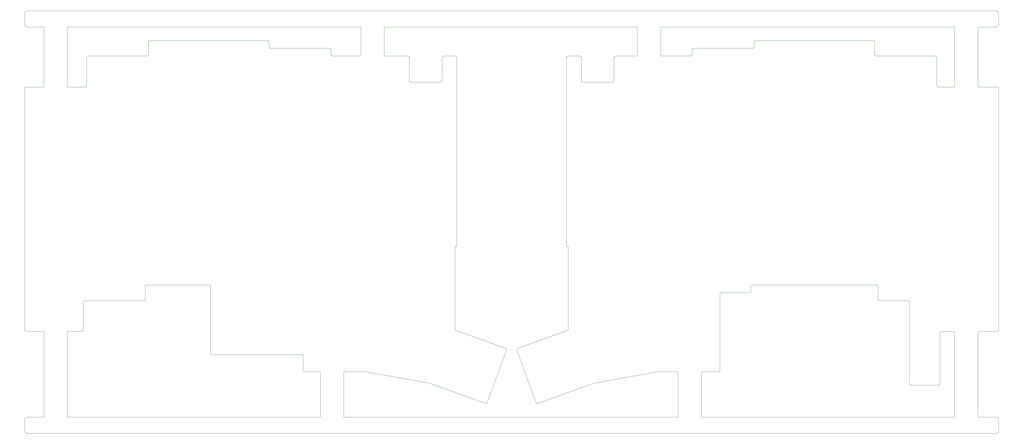
<source format=gtp>
G04 #@! TF.GenerationSoftware,KiCad,Pcbnew,7.0.2*
G04 #@! TF.CreationDate,2023-10-10T22:26:24+09:00*
G04 #@! TF.ProjectId,SumNight57,53756d4e-6967-4687-9435-372e6b696361,rev?*
G04 #@! TF.SameCoordinates,Original*
G04 #@! TF.FileFunction,Paste,Top*
G04 #@! TF.FilePolarity,Positive*
%FSLAX46Y46*%
G04 Gerber Fmt 4.6, Leading zero omitted, Abs format (unit mm)*
G04 Created by KiCad (PCBNEW 7.0.2) date 2023-10-10 22:26:24*
%MOMM*%
%LPD*%
G01*
G04 APERTURE LIST*
G04 #@! TA.AperFunction,Profile*
%ADD10C,0.074083*%
G04 #@! TD*
G04 APERTURE END LIST*
D10*
X179035249Y-66670373D02*
X179044201Y-66693083D01*
X306573329Y-50029916D02*
X306525502Y-50040696D01*
X125728919Y-59004012D02*
X125753069Y-59008226D01*
X306381064Y-175058653D02*
X306329542Y-175059954D01*
X65077850Y-150664696D02*
X65063758Y-150644619D01*
X270191759Y-129744645D02*
X270181920Y-129722345D01*
X136463680Y-59036570D02*
X136486423Y-59027795D01*
X279576058Y-134214145D02*
X279551790Y-134208562D01*
X26698126Y-68409360D02*
X26716270Y-68393644D01*
X126395658Y-66926093D02*
X126416599Y-66938132D01*
X126375369Y-66913087D02*
X126395658Y-66926093D01*
X8000851Y-45500829D02*
X8028728Y-45461619D01*
X270267828Y-133889834D02*
X270259070Y-133867092D01*
X188556125Y-66995895D02*
X188581134Y-66992716D01*
X288319114Y-68218138D02*
X288329158Y-68240290D01*
X64979168Y-129910492D02*
X64977237Y-129885094D01*
X8193950Y-170288349D02*
X8231722Y-170258665D01*
X93757272Y-155984351D02*
X93737851Y-155969234D01*
X165421601Y-165874328D02*
X165398092Y-165869044D01*
X83060296Y-56289181D02*
X83069249Y-56311891D01*
X306481996Y-45071447D02*
X306531283Y-45080241D01*
X179104240Y-66797631D02*
X179119084Y-66816522D01*
X232119906Y-56218018D02*
X232124303Y-56193390D01*
X64778970Y-129535505D02*
X64759365Y-129521565D01*
X44959238Y-129767663D02*
X44951570Y-129790833D01*
X44929342Y-133723653D02*
X44927511Y-133748266D01*
X212859613Y-58913146D02*
X212879218Y-58899205D01*
X159516493Y-148892306D02*
X174650923Y-143383685D01*
X230730676Y-131806999D02*
X230706048Y-131811396D01*
X306963294Y-170286488D02*
X307000420Y-170318732D01*
X159448972Y-148922646D02*
X159470884Y-148911465D01*
X126603844Y-66995895D02*
X126629244Y-66997826D01*
X178626837Y-59013606D02*
X178650386Y-59020134D01*
X132083103Y-159531626D02*
X132072325Y-159529620D01*
X45968116Y-54544639D02*
X45977988Y-54522339D01*
X8208165Y-68538605D02*
X8232049Y-68533225D01*
X307184156Y-143577090D02*
X307165932Y-143594167D01*
X135973157Y-66884303D02*
X135991301Y-66868587D01*
X93684053Y-155918097D02*
X93667952Y-155899403D01*
X126070978Y-59221071D02*
X126084041Y-59241765D01*
X83176403Y-56470839D02*
X83193769Y-56487395D01*
X287904245Y-59014276D02*
X287927936Y-59021014D01*
X174609248Y-59162843D02*
X174626326Y-59144850D01*
X307184156Y-68669852D02*
X307201049Y-68687844D01*
X150067328Y-165643462D02*
X150054099Y-165664046D01*
X125952462Y-59096567D02*
X125971884Y-59111672D01*
X221557036Y-155796343D02*
X221546082Y-155818140D01*
X150079565Y-165622204D02*
X150067328Y-165643462D01*
X280081408Y-160077300D02*
X280065055Y-160058572D01*
X269943239Y-129483861D02*
X269920889Y-129473975D01*
X140405311Y-117530619D02*
X140393116Y-117532141D01*
X213408045Y-56647621D02*
X213431266Y-56639761D01*
X64985295Y-150441013D02*
X64982264Y-150416578D01*
X44882051Y-133912391D02*
X44871098Y-133934187D01*
X306477117Y-170070971D02*
X306525502Y-170079402D01*
X8193950Y-174831628D02*
X8157670Y-174800201D01*
X231145682Y-129810980D02*
X231140099Y-129835176D01*
X270117117Y-129619133D02*
X270101170Y-129600439D01*
X159234175Y-149150805D02*
X159245222Y-149128560D01*
X98730063Y-170060015D02*
X98730063Y-156082621D01*
X7890759Y-45716136D02*
X7908662Y-45670717D01*
X44746924Y-134085535D02*
X44727502Y-134100640D01*
X8440764Y-174981377D02*
X8396474Y-174961353D01*
X82990668Y-54541431D02*
X82999620Y-54564141D01*
X26380018Y-134198672D02*
X26355233Y-134199286D01*
X83019801Y-54635304D02*
X83024198Y-54659932D01*
X7830699Y-143248388D02*
X7830085Y-143223605D01*
X7830085Y-49059992D02*
X7830085Y-46060051D01*
X149564587Y-165877789D02*
X149540448Y-165873486D01*
X280116525Y-160112371D02*
X280098768Y-160095294D01*
X232391653Y-54296382D02*
X232413203Y-54285340D01*
X288207041Y-59239277D02*
X288219114Y-59260218D01*
X232145803Y-54611109D02*
X232152539Y-54587377D01*
X221318637Y-156034715D02*
X221296337Y-156044588D01*
X140181470Y-142953156D02*
X140185981Y-142991603D01*
X46405318Y-54236651D02*
X46430147Y-54236037D01*
X174744502Y-59057395D02*
X174766307Y-59046442D01*
X93332132Y-150951207D02*
X93311448Y-150938118D01*
X288279023Y-59472861D02*
X288279677Y-59498599D01*
X7928116Y-143520950D02*
X7914024Y-143500874D01*
X213064321Y-58623464D02*
X213069904Y-58599268D01*
X26895824Y-59373609D02*
X26902561Y-59349878D01*
X280237607Y-160193701D02*
X280215908Y-160182748D01*
X165493665Y-165883321D02*
X165469428Y-165881485D01*
X125704517Y-59000981D02*
X125728919Y-59004012D01*
X231553836Y-129441669D02*
X231529208Y-129446065D01*
X64982264Y-150416578D02*
X64980433Y-150391926D01*
X136082732Y-66757738D02*
X136094772Y-66736796D01*
X307245958Y-68746071D02*
X307258940Y-68766765D01*
X188699553Y-66959186D02*
X188721691Y-66949174D01*
X7900961Y-68766765D02*
X7914024Y-68746071D01*
X136509577Y-59020134D02*
X136533104Y-59013606D01*
X136486423Y-59027795D02*
X136509577Y-59020134D01*
X174785734Y-143309480D02*
X174800537Y-143297590D01*
X8094583Y-143664544D02*
X8073314Y-143652527D01*
X8116388Y-143675497D02*
X8094583Y-143664544D01*
X26596838Y-68474232D02*
X26618400Y-68463190D01*
X93200151Y-150888766D02*
X93176607Y-150882231D01*
X174866879Y-143230611D02*
X174878530Y-143215829D01*
X7831386Y-174111556D02*
X7830085Y-174060107D01*
X45846034Y-58775852D02*
X45859122Y-58755168D01*
X270084272Y-129582491D02*
X270066048Y-129565366D01*
X270473103Y-134127529D02*
X270452291Y-134114466D01*
X8778494Y-45061227D02*
X8829945Y-45059926D01*
X26880083Y-68023470D02*
X26880083Y-59498599D01*
X101818272Y-56677623D02*
X101839214Y-56689659D01*
X64979818Y-146712931D02*
X64979818Y-129936228D01*
X26306201Y-134204150D02*
X26282037Y-134208366D01*
X231190286Y-129697590D02*
X231179244Y-129719152D01*
X307270895Y-68788034D02*
X307281804Y-68809839D01*
X93613675Y-155817992D02*
X93602721Y-155796188D01*
X179266590Y-66938132D02*
X179288152Y-66949174D01*
X149710512Y-165878603D02*
X149686279Y-165881438D01*
X65126135Y-150720835D02*
X65109056Y-150702845D01*
X306951273Y-143708335D02*
X306927420Y-143713715D01*
X102194126Y-58816580D02*
X102209842Y-58834723D01*
X45503838Y-58993058D02*
X45528002Y-58988841D01*
X288078368Y-59097867D02*
X288097273Y-59112711D01*
X136008667Y-66852031D02*
X136025224Y-66834665D01*
X25657423Y-143639464D02*
X25636729Y-143652527D01*
X25918025Y-134507408D02*
X25909239Y-134530164D01*
X231169232Y-129741303D02*
X231160280Y-129764013D01*
X126204223Y-66715234D02*
X126215264Y-66736796D01*
X306712530Y-170136124D02*
X306757194Y-170155885D01*
X8232049Y-143713715D02*
X8208165Y-143708335D01*
X140281279Y-117578526D02*
X140271574Y-117586085D01*
X8727718Y-50054953D02*
X8677681Y-50048591D01*
X289166131Y-160059696D02*
X289150458Y-160077833D01*
X307310218Y-170863968D02*
X307318687Y-170912282D01*
X307043123Y-68571441D02*
X307065000Y-68582395D01*
X307070087Y-174732369D02*
X307036985Y-174767094D01*
X268851291Y-54251107D02*
X268874824Y-54257635D01*
X174495069Y-59376616D02*
X174501599Y-59353068D01*
X269230306Y-58523260D02*
X269232147Y-58547880D01*
X287995964Y-59047839D02*
X288017518Y-59058881D01*
X44527994Y-134188982D02*
X44503814Y-134193196D01*
X136284343Y-59162843D02*
X136301420Y-59144850D01*
X280282485Y-160212349D02*
X280259813Y-160203574D01*
X155902372Y-149108079D02*
X155914051Y-149129048D01*
X178875673Y-59162843D02*
X178891772Y-59181570D01*
X232370724Y-54308421D02*
X232391653Y-54296382D01*
X140236653Y-117621007D02*
X140229094Y-117630713D01*
X64797860Y-129550349D02*
X64778970Y-129535505D01*
X159387195Y-148962237D02*
X159407094Y-148948061D01*
X178957002Y-59284839D02*
X178966875Y-59307140D01*
X268943129Y-54283943D02*
X268965003Y-54294896D01*
X126025682Y-59162843D02*
X126041781Y-59181570D01*
X269084150Y-54382351D02*
X269101043Y-54400343D01*
X82848001Y-54350211D02*
X82866145Y-54365927D01*
X183076194Y-159531874D02*
X183065526Y-159534097D01*
X159193184Y-149437707D02*
X159190091Y-149413427D01*
X83144131Y-56435329D02*
X83159847Y-56453473D01*
X306763415Y-45158533D02*
X306806544Y-45180616D01*
X64739076Y-129508559D02*
X64718134Y-129496520D01*
X140569785Y-117486710D02*
X140559641Y-117493210D01*
X25841924Y-143414836D02*
X25832052Y-143437125D01*
X269851389Y-129450986D02*
X269827536Y-129445602D01*
X288905235Y-160225870D02*
X288880964Y-160231453D01*
X82915783Y-54417993D02*
X82930627Y-54436883D01*
X159192442Y-149291704D02*
X159196461Y-149267606D01*
X178802457Y-59096567D02*
X178821878Y-59111672D01*
X174825649Y-117548474D02*
X174814265Y-117544074D01*
X174621630Y-117504746D02*
X174610848Y-117499227D01*
X189169372Y-59127772D02*
X189188064Y-59111672D01*
X269145952Y-54458571D02*
X269158934Y-54479265D01*
X8311491Y-174915196D02*
X8270923Y-174889188D01*
X132104449Y-159536359D02*
X132093810Y-159533874D01*
X136124780Y-66670373D02*
X136132640Y-66647137D01*
X112479139Y-156082621D02*
X105929907Y-156082621D01*
X269473834Y-58927574D02*
X269494984Y-58939612D01*
X306719104Y-174981377D02*
X306673672Y-174999280D01*
X132156736Y-159552111D02*
X132146389Y-159548538D01*
X25715652Y-143594167D02*
X25696924Y-143610267D01*
X27026531Y-59144983D02*
X27043897Y-59128427D01*
X174626326Y-59144850D02*
X174644316Y-59127772D01*
X83027378Y-54684962D02*
X83029308Y-54710361D01*
X213194217Y-56799195D02*
X213209928Y-56781059D01*
X179044201Y-66693083D02*
X179054214Y-66715234D01*
X232215438Y-54456488D02*
X232229374Y-54436883D01*
X64849927Y-129599987D02*
X64833370Y-129582621D01*
X93584074Y-155751130D02*
X93576414Y-155727959D01*
X7831386Y-49111444D02*
X7830085Y-49059992D01*
X174897807Y-117594139D02*
X174888455Y-117586085D01*
X26965474Y-59218988D02*
X26979414Y-59199383D01*
X8778494Y-50058816D02*
X8727718Y-50054953D01*
X102320692Y-58926151D02*
X102341633Y-58938191D01*
X136581111Y-59004012D02*
X136605512Y-59000981D01*
X289703943Y-143729167D02*
X289679375Y-143733564D01*
X112490042Y-156082733D02*
X112479139Y-156082621D01*
X202658267Y-156083113D02*
X202647374Y-156083724D01*
X280098768Y-160095294D02*
X280081408Y-160077300D01*
X136176715Y-59353068D02*
X136184374Y-59329896D01*
X136094772Y-66736796D02*
X136105814Y-66715234D01*
X213090218Y-57016378D02*
X213095801Y-56992201D01*
X64604741Y-129451915D02*
X64580545Y-129446332D01*
X136105814Y-66715234D02*
X136115827Y-66693083D01*
X46261442Y-54265295D02*
X46284615Y-54257635D01*
X307319975Y-68925500D02*
X307324198Y-68949681D01*
X102455024Y-58982795D02*
X102479220Y-58988378D01*
X65357812Y-150852082D02*
X65334284Y-150845553D01*
X300929396Y-68523535D02*
X306829603Y-68523535D01*
X126269093Y-66816522D02*
X126284809Y-66834665D01*
X269232147Y-58547880D02*
X269235197Y-58572292D01*
X306719104Y-45138507D02*
X306763415Y-45158533D01*
X293730085Y-170060015D02*
X293730085Y-143723406D01*
X231099604Y-131489052D02*
X231090652Y-131511761D01*
X221583347Y-155728155D02*
X221575686Y-155751310D01*
X232069717Y-56355604D02*
X232080759Y-56334042D01*
X126301365Y-66852031D02*
X126318731Y-66868587D01*
X140680006Y-59498599D02*
X140680006Y-117279620D01*
X8532625Y-175015000D02*
X8486168Y-174999280D01*
X174499642Y-117376804D02*
X174495165Y-117365464D01*
X289018807Y-160181271D02*
X288997232Y-160192311D01*
X288017518Y-59058881D02*
X288038458Y-59070921D01*
X45951681Y-54590568D02*
X45959341Y-54567395D01*
X126284809Y-66834665D02*
X126301365Y-66852031D01*
X101994564Y-56837673D02*
X102007569Y-56857952D01*
X140598104Y-117464474D02*
X140589033Y-117472326D01*
X288219114Y-59260218D02*
X288230189Y-59281780D01*
X231948104Y-56503111D02*
X231966248Y-56487395D01*
X232152539Y-54587377D02*
X232160399Y-54564141D01*
X8532625Y-50015140D02*
X8486168Y-49999412D01*
X179007493Y-66549552D02*
X179010672Y-66574581D01*
X269131964Y-54438493D02*
X269145952Y-54458571D01*
X165136491Y-165706045D02*
X165121161Y-165686911D01*
X307324538Y-45957779D02*
X307328395Y-46008577D01*
X26505008Y-68507795D02*
X26528740Y-68501057D01*
X232458035Y-54266375D02*
X232481255Y-54258514D01*
X279501940Y-134200986D02*
X279476420Y-134199055D01*
X44951570Y-129790833D02*
X44945035Y-129814376D01*
X102102431Y-58647195D02*
X102110292Y-58670432D01*
X188890685Y-66816522D02*
X188905524Y-66797631D01*
X269278016Y-58712101D02*
X269289095Y-58733904D01*
X136419594Y-59057395D02*
X136441391Y-59046442D01*
X307000420Y-49801383D02*
X306963294Y-49833592D01*
X288310132Y-68195429D02*
X288319114Y-68218138D01*
X288631389Y-68501057D02*
X288655080Y-68507795D01*
X307035963Y-170352938D02*
X307070221Y-170388877D01*
X7851684Y-68878068D02*
X7859344Y-68854895D01*
X26794693Y-68303083D02*
X26807698Y-68282794D01*
X222104475Y-131817156D02*
X222078762Y-131817806D01*
X231706166Y-56611525D02*
X231730794Y-56607128D01*
X174561910Y-117464474D02*
X174553227Y-117456201D01*
X269395583Y-58869081D02*
X269414108Y-58885222D01*
X140457444Y-59082475D02*
X140477537Y-59096567D01*
X65001417Y-150512624D02*
X64994888Y-150489077D01*
X8028728Y-170461664D02*
X8058411Y-170423891D01*
X179151356Y-66852031D02*
X179168721Y-66868587D01*
X213077480Y-58549611D02*
X213079411Y-58524212D01*
X213079411Y-58524212D02*
X213080061Y-58498475D01*
X149991852Y-165738995D02*
X149974105Y-165755724D01*
X221273582Y-156053363D02*
X221250411Y-156061023D01*
X125846350Y-59036570D02*
X125868639Y-59046442D01*
X7877991Y-68809839D02*
X7888944Y-68788034D01*
X140643816Y-117409096D02*
X140637314Y-117419230D01*
X307318185Y-174212367D02*
X307309400Y-174261602D01*
X174980070Y-142913783D02*
X174980070Y-117779421D01*
X213579863Y-56617285D02*
X231630003Y-56617285D01*
X178554334Y-59000981D02*
X178578772Y-59004012D01*
X307161115Y-49614861D02*
X307132832Y-49655016D01*
X83504282Y-56616635D02*
X83530020Y-56617285D01*
X93425364Y-151031684D02*
X93408239Y-151013735D01*
X269986481Y-129506871D02*
X269965116Y-129494832D01*
X174979762Y-117767050D02*
X174978842Y-117754757D01*
X102152337Y-58757796D02*
X102165343Y-58778085D01*
X269827536Y-129445602D02*
X269803403Y-129441386D01*
X25993272Y-134381892D02*
X25978132Y-134401292D01*
X287830574Y-59001117D02*
X287855532Y-59004296D01*
X189004185Y-66524153D02*
X189004835Y-66498416D01*
X270235277Y-133772401D02*
X270232236Y-133747999D01*
X140429976Y-117529391D02*
X140417605Y-117529699D01*
X27120825Y-59070921D02*
X27141766Y-59058881D01*
X232350446Y-54321427D02*
X232370724Y-54308421D01*
X212774669Y-58959245D02*
X212796821Y-58949232D01*
X213102538Y-56968486D02*
X213110398Y-56945266D01*
X232140221Y-54635304D02*
X232145803Y-54611109D01*
X8829945Y-170060015D02*
X13730028Y-170060015D01*
X45930082Y-58498475D02*
X45930082Y-54736098D01*
X126154921Y-66498416D02*
X126155571Y-66524153D01*
X288230189Y-59281780D02*
X288240234Y-59303932D01*
X8122945Y-49767125D02*
X8089838Y-49732388D01*
X288608185Y-68493197D02*
X288631389Y-68501057D01*
X8089838Y-174732369D02*
X8058411Y-174696090D01*
X188676857Y-66968139D02*
X188699553Y-66959186D01*
X231080640Y-131533913D02*
X231069598Y-131555475D01*
X270229780Y-133698603D02*
X270229780Y-129935969D01*
X270146082Y-129658594D02*
X270132094Y-129638532D01*
X269965116Y-129494832D02*
X269943239Y-129483861D01*
X140660362Y-117376804D02*
X140655356Y-117387867D01*
X7914024Y-143500874D02*
X7900961Y-143480185D01*
X202669171Y-156082745D02*
X202658267Y-156083113D01*
X65266097Y-150819246D02*
X65244300Y-150808293D01*
X189455502Y-59000981D02*
X189480124Y-58999150D01*
X189151426Y-59144850D02*
X189169372Y-59127772D01*
X196230070Y-58998536D02*
X196230070Y-50060118D01*
X140650751Y-59329896D02*
X140658411Y-59353068D01*
X45707400Y-58914485D02*
X45727463Y-58900363D01*
X83478883Y-56614704D02*
X83504282Y-56616635D01*
X189207461Y-59096567D02*
X189227522Y-59082475D01*
X165069103Y-165602087D02*
X165058604Y-165578903D01*
X7974843Y-174578550D02*
X7950767Y-174536680D01*
X64979818Y-150367098D02*
X64979818Y-146712931D01*
X174881968Y-59008226D02*
X174906149Y-59004012D01*
X268965003Y-54294896D02*
X268986366Y-54306912D01*
X7908662Y-45670717D02*
X7928686Y-45626414D01*
X82606057Y-54241798D02*
X82630686Y-54246194D01*
X221534064Y-155839403D02*
X221520999Y-155860092D01*
X7959321Y-143559098D02*
X7943221Y-143540371D01*
X83090303Y-56355604D02*
X83102342Y-56376545D01*
X8353362Y-174939272D02*
X8311491Y-174915196D01*
X307211460Y-170589153D02*
X307233453Y-170632752D01*
X174632706Y-117509750D02*
X174621630Y-117504746D01*
X270632030Y-134188715D02*
X270608178Y-134183335D01*
X269219969Y-54638000D02*
X269224192Y-54662180D01*
X178602953Y-59008226D02*
X178626837Y-59013606D01*
X189004835Y-66498416D02*
X189004835Y-59498599D01*
X288779707Y-160241610D02*
X280450636Y-160241610D01*
X44816822Y-134015637D02*
X44800722Y-134034363D01*
X82581027Y-54238618D02*
X82606057Y-54241798D01*
X45094485Y-129565626D02*
X45076536Y-129582751D01*
X136605512Y-59000981D02*
X136630123Y-58999150D01*
X25858359Y-143368938D02*
X25850699Y-143392093D01*
X231140099Y-129835176D02*
X231135703Y-129859804D01*
X213226479Y-56763700D02*
X213243838Y-56747149D01*
X82746712Y-54285340D02*
X82768275Y-54296382D01*
X189313572Y-59036570D02*
X189336329Y-59027795D01*
X101631029Y-56619866D02*
X101656058Y-56623046D01*
X26807698Y-68282794D02*
X26819738Y-68261852D01*
X179356250Y-66975999D02*
X179379982Y-66982736D01*
X289302369Y-144074752D02*
X289295605Y-144098484D01*
X213129360Y-56900432D02*
X213140400Y-56878882D01*
X307216994Y-143540371D02*
X307201049Y-143559098D01*
X26952468Y-59239277D02*
X26965474Y-59218988D01*
X306927420Y-143713715D02*
X306903287Y-143717929D01*
X8028728Y-49658312D02*
X8000851Y-49619099D01*
X83029959Y-56117224D02*
X83030609Y-56142962D01*
X64979818Y-129936228D02*
X64979168Y-129910492D01*
X230629881Y-131817156D02*
X222104475Y-131817156D01*
X306848428Y-45204695D02*
X306889005Y-45230706D01*
X155942902Y-149194938D02*
X155950395Y-149217761D01*
X213528774Y-56619866D02*
X213554150Y-56617936D01*
X179288152Y-66949174D02*
X179310304Y-66959186D01*
X165080648Y-165624499D02*
X165069103Y-165602087D01*
X44831927Y-133996215D02*
X44816822Y-134015637D01*
X179004911Y-59498599D02*
X179004911Y-66498416D01*
X8058411Y-170423891D02*
X8089838Y-170387611D01*
X93557261Y-155631960D02*
X93555430Y-155607339D01*
X306974809Y-68545134D02*
X306997989Y-68552794D01*
X232124303Y-56193390D02*
X232127483Y-56168361D01*
X45882130Y-58712101D02*
X45892016Y-58689801D01*
X13730028Y-170060015D02*
X13730028Y-143723406D01*
X159349642Y-148993377D02*
X159368034Y-148977352D01*
X65311129Y-150837893D02*
X65288386Y-150829118D01*
X102074193Y-57040987D02*
X102077373Y-57065995D01*
X26733636Y-68377088D02*
X26750192Y-68359722D01*
X126215264Y-66736796D02*
X126227304Y-66757738D01*
X307328395Y-46008577D02*
X307329695Y-46060051D01*
X289541957Y-143783752D02*
X289521017Y-143795791D01*
X8157670Y-174800201D02*
X8122945Y-174767094D01*
X93841097Y-156034558D02*
X93819300Y-156023581D01*
X230868264Y-131756811D02*
X230846702Y-131767853D01*
X102040663Y-56922570D02*
X102049616Y-56945266D01*
X64628473Y-129458653D02*
X64604741Y-129451915D01*
X93128567Y-150872630D02*
X93104154Y-150869598D01*
X132146389Y-159548538D02*
X132135990Y-159545170D01*
X25874481Y-143297402D02*
X25870267Y-143321553D01*
X155950395Y-149217761D02*
X155956795Y-149240947D01*
X269046997Y-54349173D02*
X269065926Y-54365273D01*
X179077295Y-66757738D02*
X179090300Y-66778026D01*
X232481255Y-54258514D02*
X232504969Y-54251777D01*
X179168721Y-66868587D02*
X179186865Y-66884303D01*
X140325367Y-59020134D02*
X140348546Y-59027795D01*
X7875039Y-170762572D02*
X7890759Y-170716115D01*
X8396474Y-45158533D02*
X8440764Y-45138507D01*
X174778970Y-117534257D02*
X174766895Y-117532141D01*
X140187514Y-117718552D02*
X140184813Y-117730486D01*
X102069797Y-57016378D02*
X102074193Y-57040987D01*
X288975057Y-160202322D02*
X288952312Y-160211274D01*
X45430018Y-129436175D02*
X45405233Y-129436789D01*
X82555628Y-54236687D02*
X82581027Y-54238618D01*
X215929884Y-156082621D02*
X215929884Y-170060015D01*
X307070087Y-45387551D02*
X307101505Y-45423839D01*
X269181798Y-54522339D02*
X269191641Y-54544639D01*
X126554187Y-66988319D02*
X126578815Y-66992716D01*
X93667952Y-155899403D02*
X93652847Y-155880004D01*
X93246079Y-150905222D02*
X93223322Y-150896435D01*
X188919460Y-66778026D02*
X188932463Y-66757738D01*
X306806544Y-45180616D02*
X306848428Y-45204695D01*
X13730028Y-50060118D02*
X8829945Y-50060118D01*
X94029834Y-156082004D02*
X94005221Y-156080164D01*
X213363212Y-56666583D02*
X213385350Y-56656572D01*
X135827004Y-66968139D02*
X135849714Y-66959186D01*
X159368034Y-148977352D02*
X159387195Y-148962237D01*
X221402478Y-155984589D02*
X221382401Y-155998682D01*
X26877502Y-68074607D02*
X26879433Y-68049208D01*
X126154306Y-59473770D02*
X126154921Y-59498599D01*
X307131179Y-174658318D02*
X307101505Y-174696090D01*
X140515958Y-117514225D02*
X140504340Y-117518154D01*
X174980070Y-117779421D02*
X174979762Y-117767050D01*
X307253279Y-49442680D02*
X307233453Y-49487294D01*
X174919344Y-143152646D02*
X174928040Y-143135922D01*
X8052620Y-68607475D02*
X8073314Y-68594411D01*
X136225987Y-59241765D02*
X136239049Y-59221071D01*
X45816772Y-58815313D02*
X45831911Y-58795914D01*
X25870267Y-143321553D02*
X25864888Y-143345411D01*
X83250407Y-56531895D02*
X83270696Y-56544901D01*
X188505034Y-66998477D02*
X188530748Y-66997826D01*
X202593306Y-156090296D02*
X183086897Y-159529879D01*
X280065055Y-160058572D02*
X280049724Y-160039150D01*
X102080605Y-58524212D02*
X102082535Y-58549611D01*
X208730055Y-156082621D02*
X202680082Y-156082621D01*
X44643656Y-134150766D02*
X44621355Y-134160638D01*
X44551878Y-134183602D02*
X44527994Y-134188982D01*
X126165078Y-66599210D02*
X126170661Y-66623405D01*
X83029959Y-54736098D02*
X83029959Y-56117224D01*
X307209105Y-174536680D02*
X307185041Y-174578550D01*
X189034203Y-59329896D02*
X189043003Y-59307140D01*
X288541812Y-68463190D02*
X288563365Y-68474232D01*
X174960987Y-117683809D02*
X174956039Y-117672652D01*
X136055785Y-66797631D02*
X136069726Y-66778026D01*
X179002466Y-59449117D02*
X179004297Y-59473770D01*
X213119349Y-56922570D02*
X213129360Y-56900432D01*
X174900119Y-143185014D02*
X174910033Y-143169016D01*
X232130064Y-54736098D02*
X232130715Y-54710361D01*
X26902561Y-59349878D02*
X26910422Y-59326641D01*
X45920388Y-58596457D02*
X45924604Y-58572292D01*
X45173325Y-129507135D02*
X45152641Y-129520224D01*
X64833370Y-129582621D02*
X64816004Y-129566065D01*
X231350391Y-129521298D02*
X231330785Y-129535239D01*
X8013119Y-68636672D02*
X8032542Y-68621567D01*
X8232049Y-68533225D02*
X8256229Y-68529012D01*
X126008604Y-59144850D02*
X126025682Y-59162843D01*
X289277235Y-159792897D02*
X289274076Y-159817905D01*
X221887871Y-131866403D02*
X221866331Y-131877432D01*
X102179283Y-58797690D02*
X102194126Y-58816580D01*
X232293833Y-54365927D02*
X232311969Y-54350211D01*
X45892016Y-58689801D02*
X45900802Y-58667045D01*
X306889005Y-45230706D02*
X306928211Y-45258587D01*
X231391620Y-129496253D02*
X231370679Y-129508293D01*
X93223322Y-150896435D02*
X93200151Y-150888766D01*
X26330614Y-134201118D02*
X26306201Y-134204150D01*
X307065000Y-68582395D02*
X307086365Y-68594411D01*
X288280330Y-68049208D02*
X288282269Y-68074607D01*
X27080931Y-59097867D02*
X27100536Y-59083926D01*
X136253140Y-59200993D02*
X136268244Y-59181570D01*
X93819300Y-156023581D02*
X93798037Y-156011543D01*
X306620505Y-50016837D02*
X306573329Y-50029916D01*
X213082642Y-57065995D02*
X213085822Y-57040987D01*
X45686716Y-58927574D02*
X45707400Y-58914485D01*
X307159045Y-45500829D02*
X307185041Y-45541407D01*
X188605743Y-66988319D02*
X188629921Y-66982736D01*
X7861564Y-49309884D02*
X7850399Y-49261505D01*
X102085715Y-58574640D02*
X102090111Y-58599268D01*
X288329158Y-68240290D02*
X288340231Y-68261852D01*
X140199036Y-117683809D02*
X140194635Y-117695192D01*
X288132826Y-59144983D02*
X288149409Y-59162349D01*
X213479157Y-56627442D02*
X213503766Y-56623046D01*
X26885844Y-59422433D02*
X26890241Y-59397805D01*
X102503848Y-58992775D02*
X102528878Y-58995954D01*
X306924680Y-170256240D02*
X306963294Y-170286488D01*
X8122945Y-174767094D02*
X8089838Y-174732369D01*
X83102342Y-56376545D02*
X83115347Y-56396834D01*
X159257303Y-149106990D02*
X159270384Y-149086123D01*
X140216476Y-143101620D02*
X140231975Y-143136058D01*
X25796020Y-143500874D02*
X25781927Y-143520950D01*
X155971731Y-149360917D02*
X155971174Y-149385437D01*
X93863386Y-156044455D02*
X93841097Y-156034558D01*
X307127405Y-143625372D02*
X307107180Y-143639464D01*
X221825146Y-131902449D02*
X221805562Y-131916373D01*
X279965762Y-159863610D02*
X279960336Y-159839752D01*
X45528002Y-58988841D02*
X45551877Y-58983458D01*
X140291316Y-117571472D02*
X140281279Y-117578526D01*
X125776928Y-59013606D02*
X125800454Y-59020134D01*
X174965387Y-117695192D02*
X174960987Y-117683809D01*
X288679224Y-68513378D02*
X288703791Y-68517775D01*
X26750192Y-68359722D02*
X26765908Y-68341578D01*
X212839324Y-58926151D02*
X212859613Y-58913146D01*
X213454980Y-56633025D02*
X213479157Y-56627442D01*
X307299408Y-170816235D02*
X307310218Y-170863968D01*
X149661953Y-165883086D02*
X149637577Y-165883546D01*
X26188694Y-134236738D02*
X26166393Y-134246624D01*
X26639341Y-68451150D02*
X26659630Y-68438145D01*
X222078762Y-131817806D02*
X222053387Y-131819735D01*
X279950575Y-134698474D02*
X279949929Y-134672736D01*
X45765557Y-58869081D02*
X45783506Y-58851956D01*
X213019717Y-58736855D02*
X213030759Y-58715293D01*
X125890435Y-59057395D02*
X125911697Y-59069412D01*
X179090300Y-66778026D02*
X179104240Y-66797631D01*
X174704713Y-143360472D02*
X174721812Y-143351458D01*
X45831911Y-58795914D02*
X45846034Y-58775852D01*
X7868119Y-68832139D02*
X7877991Y-68809839D01*
X125868639Y-59046442D02*
X125890435Y-59057395D01*
X212704991Y-58982795D02*
X212728723Y-58976058D01*
X155971081Y-149336518D02*
X155971731Y-149360917D01*
X44727502Y-134100640D02*
X44707424Y-134114733D01*
X306329542Y-45059926D02*
X306381064Y-45061227D01*
X232311969Y-54350211D02*
X232330850Y-54335367D01*
X279851719Y-134399253D02*
X279836923Y-134380363D01*
X140677561Y-59449117D02*
X140679392Y-59473770D01*
X174790904Y-117536957D02*
X174778970Y-117534257D01*
X221955898Y-131839608D02*
X221932685Y-131847459D01*
X174485073Y-117329932D02*
X174482875Y-117317637D01*
X64989509Y-150465193D02*
X64985295Y-150441013D01*
X189431087Y-59004012D02*
X189455502Y-59000981D01*
X102079954Y-57117085D02*
X102079954Y-58498475D01*
X7908662Y-170670709D02*
X7928686Y-170626419D01*
X231114202Y-131442084D02*
X231107465Y-131465815D01*
X8256229Y-68529012D02*
X8280665Y-68525981D01*
X140181174Y-117754757D02*
X140180254Y-117767050D01*
X288394186Y-68341578D02*
X288409930Y-68359722D01*
X7832530Y-68974117D02*
X7835561Y-68949681D01*
X102528878Y-58995954D02*
X102554277Y-58997885D01*
X45132579Y-129534346D02*
X45113179Y-129549486D01*
X270342481Y-134015370D02*
X270327505Y-133995948D01*
X159284432Y-149065990D02*
X159299415Y-149046619D01*
X27255158Y-59014276D02*
X27279354Y-59008693D01*
X44977911Y-129722607D02*
X44968024Y-129744907D01*
X174518038Y-59307140D02*
X174527912Y-59284839D01*
X288289877Y-68124265D02*
X288295481Y-68148460D01*
X26819738Y-68261852D02*
X26830779Y-68240290D01*
X269453276Y-58914485D02*
X269473834Y-58927574D01*
X26910422Y-59326641D02*
X26919374Y-59303932D01*
X188874974Y-66834665D02*
X188890685Y-66816522D01*
X26929387Y-59281780D02*
X26940429Y-59260218D01*
X7831386Y-46008577D02*
X7835247Y-45957779D01*
X93371595Y-150980470D02*
X93352195Y-150965330D01*
X307258940Y-143480185D02*
X307245958Y-143500874D01*
X221421900Y-155969484D02*
X221402478Y-155984589D01*
X221627398Y-132168116D02*
X221620669Y-132191824D01*
X26857605Y-68172192D02*
X26864343Y-68148460D01*
X231889320Y-56544901D02*
X231909609Y-56531895D01*
X7830085Y-69023600D02*
X7830699Y-68998771D01*
X269328782Y-58795914D02*
X269344110Y-58815313D01*
X307324779Y-170961095D02*
X307328460Y-171010326D01*
X140301817Y-59013606D02*
X140325367Y-59020134D01*
X135934660Y-66913087D02*
X135954266Y-66899147D01*
X174504649Y-117387867D02*
X174499642Y-117376804D01*
X288097273Y-59112711D02*
X288115437Y-59128427D01*
X174955240Y-58999150D02*
X174980070Y-58998536D01*
X231824666Y-56577995D02*
X231846817Y-56567982D01*
X140672137Y-117342012D02*
X140668768Y-117353861D01*
X7950767Y-45583290D02*
X7974843Y-45541407D01*
X289410066Y-143887220D02*
X289394321Y-143905364D01*
X288805586Y-160240960D02*
X288779707Y-160241610D01*
X102064214Y-56992201D02*
X102069797Y-57016378D01*
X13730028Y-68523535D02*
X13730028Y-50060118D01*
X83230802Y-56517955D02*
X83250407Y-56531895D01*
X140357337Y-117540232D02*
X140345750Y-117544074D01*
X8073314Y-68594411D02*
X8094583Y-68582395D01*
X270584645Y-134176806D02*
X270561468Y-134169146D01*
X26102642Y-134282721D02*
X26082580Y-134296843D01*
X174682464Y-59096567D02*
X174702541Y-59082475D01*
X45454804Y-58997921D02*
X45479424Y-58996090D01*
X289219770Y-159980009D02*
X289207780Y-160000939D01*
X270229164Y-129911184D02*
X270227327Y-129886565D01*
X25501878Y-143708335D02*
X25477994Y-143713715D01*
X307102523Y-170426297D02*
X307132832Y-170465116D01*
X8486168Y-45120602D02*
X8532625Y-45104881D01*
X269680415Y-58996090D02*
X269704983Y-58997921D01*
X174937990Y-117640752D02*
X174930935Y-117630713D01*
X221979606Y-131832878D02*
X221955898Y-131839608D01*
X179015069Y-66599210D02*
X179020651Y-66623405D01*
X44891924Y-133890101D02*
X44882051Y-133912391D01*
X306379044Y-170061244D02*
X306428266Y-170064907D01*
X188858423Y-66852031D02*
X188874974Y-66834665D01*
X64865643Y-129618130D02*
X64849927Y-129599987D01*
X307281804Y-143437125D02*
X307270895Y-143458922D01*
X155889693Y-149087674D02*
X155902372Y-149108079D01*
X202680082Y-156082621D02*
X202669171Y-156082745D01*
X136155733Y-59473770D02*
X136157564Y-59449117D01*
X280135045Y-160128471D02*
X280116525Y-160112371D01*
X8058411Y-49696096D02*
X8028728Y-49658312D01*
X136155119Y-59498599D02*
X136155733Y-59473770D01*
X26716270Y-68393644D02*
X26733636Y-68377088D01*
X232259924Y-54399849D02*
X232276474Y-54382483D01*
X140271574Y-117586085D02*
X140262224Y-117594139D01*
X232099725Y-56289181D02*
X232107586Y-56265945D01*
X188905524Y-66797631D02*
X188919460Y-66778026D01*
X174814844Y-143285175D02*
X174828643Y-143272252D01*
X212818383Y-58938191D02*
X212839324Y-58926151D01*
X288149409Y-59162349D02*
X288165154Y-59180493D01*
X231311895Y-129550083D02*
X231293752Y-129565799D01*
X83270696Y-56544901D02*
X83291637Y-56556940D01*
X174978842Y-117754757D02*
X174977320Y-117742561D01*
X27380148Y-58998536D02*
X45430018Y-58998536D01*
X44932402Y-129886826D02*
X44930571Y-129911445D01*
X221491799Y-155899588D02*
X221475697Y-155918314D01*
X306329542Y-50060118D02*
X300929396Y-50060118D01*
X140664938Y-59376616D02*
X140670317Y-59400501D01*
X174814265Y-117544074D02*
X174802676Y-117540232D01*
X7850399Y-49261505D02*
X7841606Y-49212263D01*
X64718134Y-129496520D02*
X64696572Y-129485478D01*
X174527912Y-59284839D02*
X174538867Y-59263034D01*
X179245649Y-66926093D02*
X179266590Y-66938132D01*
X140179945Y-58998536D02*
X140204733Y-58999150D01*
X44929957Y-133698870D02*
X44929342Y-133723653D01*
X307314589Y-143345411D02*
X307308059Y-143368938D01*
X221615093Y-132215995D02*
X221610702Y-132240599D01*
X45977988Y-54522339D02*
X45988942Y-54500534D01*
X232057678Y-56376545D02*
X232069717Y-56355604D01*
X232129414Y-56142962D02*
X232130064Y-56117224D01*
X174655680Y-117518154D02*
X174644061Y-117514225D01*
X174669256Y-143376602D02*
X174687191Y-143368858D01*
X174828643Y-143272252D02*
X174841924Y-143258840D01*
X269898105Y-129465189D02*
X269874925Y-129457520D01*
X7850399Y-170858392D02*
X7861564Y-170810019D01*
X306924680Y-49863814D02*
X306884669Y-49892016D01*
X306806544Y-174939272D02*
X306763415Y-174961353D01*
X174770449Y-143320829D02*
X174785734Y-143309480D01*
X231132523Y-129884833D02*
X231130593Y-129910232D01*
X270494466Y-134139546D02*
X270473103Y-134127529D01*
X44988882Y-129700803D02*
X44977911Y-129722607D01*
X221718987Y-131998908D02*
X221704160Y-132017778D01*
X8305318Y-143722792D02*
X8280665Y-143720961D01*
X102057476Y-56968486D02*
X102064214Y-56992201D01*
X26780752Y-68322688D02*
X26794693Y-68303083D01*
X112533462Y-156085478D02*
X112522629Y-156084441D01*
X25877512Y-143273001D02*
X25874481Y-143297402D01*
X231127361Y-131368231D02*
X231124181Y-131393260D01*
X8330147Y-143723406D02*
X8305318Y-143722792D01*
X270375319Y-134052088D02*
X270358426Y-134034096D01*
X306763415Y-174961353D02*
X306719104Y-174981377D01*
X140455545Y-117528100D02*
X140442845Y-117529066D01*
X126240309Y-66778026D02*
X126254249Y-66797631D01*
X44859082Y-133955450D02*
X44846019Y-133976140D01*
X83069249Y-56311891D02*
X83079261Y-56334042D01*
X174930586Y-59000981D02*
X174955240Y-58999150D01*
X8580072Y-45091406D02*
X8628444Y-45080241D01*
X221768569Y-131946899D02*
X221751223Y-131963438D01*
X232130715Y-54710361D02*
X232132645Y-54684962D01*
X101656058Y-56623046D02*
X101680686Y-56627442D01*
X279551790Y-134208562D02*
X279527073Y-134204166D01*
X300929396Y-170060015D02*
X306329542Y-170060015D01*
X7851684Y-143368938D02*
X7845155Y-143345411D01*
X279710558Y-134270790D02*
X279689616Y-134258750D01*
X102079954Y-58498475D02*
X102080605Y-58524212D01*
X268754364Y-54236651D02*
X268778937Y-54238482D01*
X213007678Y-58757796D02*
X213019717Y-58736855D01*
X306884669Y-49892016D02*
X306843356Y-49918162D01*
X45800631Y-58834008D02*
X45816772Y-58815313D01*
X288655080Y-68507795D02*
X288679224Y-68513378D01*
X307308059Y-68878068D02*
X307314589Y-68901616D01*
X307329695Y-69023600D02*
X307329695Y-143223605D01*
X307329695Y-49059992D02*
X307328460Y-49109563D01*
X8305318Y-68524149D02*
X8330147Y-68523535D01*
X289608334Y-143753745D02*
X289585648Y-143762697D01*
X279836923Y-134380363D02*
X279821251Y-134362219D01*
X307299408Y-49303716D02*
X307286291Y-49350808D01*
X269631949Y-58988841D02*
X269656056Y-58993058D01*
X64759365Y-129521565D02*
X64739076Y-129508559D01*
X280174205Y-160157668D02*
X280154286Y-160143575D01*
X7841606Y-170907629D02*
X7850399Y-170858392D01*
X307187336Y-170546626D02*
X307211460Y-170589153D01*
X8486168Y-170120691D02*
X8532625Y-170104971D01*
X140369108Y-117536957D02*
X140357337Y-117540232D01*
X64949480Y-129764276D02*
X64940528Y-129741567D01*
X189359500Y-59020134D02*
X189383045Y-59013606D01*
X174854673Y-143244953D02*
X174866879Y-143230611D01*
X105929907Y-156082621D02*
X105929907Y-170060015D01*
X306757194Y-49964148D02*
X306712530Y-49983918D01*
X45479424Y-58996090D02*
X45503838Y-58993058D01*
X65109056Y-150702845D02*
X65092956Y-150684118D01*
X174956435Y-143065823D02*
X174961877Y-143047582D01*
X46043219Y-54419071D02*
X46059320Y-54400343D01*
X307328460Y-171010326D02*
X307329695Y-171059893D01*
X98730063Y-156082621D02*
X94054617Y-156082621D01*
X232629850Y-54236037D02*
X268729628Y-54236037D01*
X232413203Y-54285340D02*
X232435340Y-54275327D01*
X307258940Y-68766765D02*
X307270895Y-68788034D01*
X140581985Y-59200993D02*
X140596077Y-59221071D01*
X221154366Y-156080176D02*
X221129715Y-156082007D01*
X102580015Y-58998536D02*
X111230040Y-58998536D01*
X101796710Y-56666583D02*
X101818272Y-56677623D01*
X221382401Y-155998682D02*
X221361709Y-156011745D01*
X26258163Y-134213750D02*
X26234620Y-134220284D01*
X93909283Y-156060939D02*
X93886129Y-156053255D01*
X289585648Y-143762697D02*
X289563511Y-143772710D01*
X140596077Y-59221071D02*
X140609138Y-59241765D01*
X188784450Y-66913087D02*
X188804046Y-66899147D01*
X307324198Y-143297402D02*
X307319975Y-143321553D01*
X221595257Y-155680768D02*
X221589876Y-155704628D01*
X221610702Y-132240599D02*
X221607526Y-132265604D01*
X82957574Y-54476777D02*
X82969613Y-54497718D01*
X136025224Y-66834665D02*
X136040941Y-66816522D01*
X306800833Y-49942218D02*
X306757194Y-49964148D01*
X178995220Y-59400501D02*
X178999435Y-59424681D01*
X188974500Y-66670373D02*
X188982360Y-66647137D01*
X136630123Y-58999150D02*
X136654905Y-58998536D01*
X189291271Y-59046442D02*
X189313572Y-59036570D01*
X189089003Y-59221071D02*
X189103114Y-59200993D01*
X149492713Y-165861299D02*
X149469206Y-165853411D01*
X231293752Y-129565799D02*
X231276386Y-129582355D01*
X46000958Y-54479265D02*
X46014022Y-54458571D01*
X279920417Y-134526513D02*
X279911511Y-134503803D01*
X150039908Y-165683924D02*
X150024783Y-165703063D01*
X279911511Y-134503803D02*
X279901547Y-134481651D01*
X159190091Y-149413427D02*
X159188188Y-149389066D01*
X165152666Y-165724311D02*
X165136491Y-165706045D01*
X149734609Y-165874584D02*
X149710512Y-165878603D01*
X150110029Y-165554705D02*
X150100945Y-165577793D01*
X45152641Y-129520224D02*
X45132579Y-129534346D01*
X140348546Y-59027795D02*
X140371313Y-59036570D01*
X221605598Y-132290978D02*
X221604948Y-132316691D01*
X232130064Y-56117224D02*
X232130064Y-54736098D01*
X7835247Y-174162330D02*
X7831386Y-174111556D01*
X178906877Y-59200993D02*
X178920969Y-59221071D01*
X270244886Y-133820410D02*
X270239500Y-133796551D01*
X269656056Y-58993058D02*
X269680415Y-58996090D01*
X140649836Y-117398636D02*
X140643816Y-117409096D01*
X174878530Y-143215829D02*
X174889614Y-143200624D01*
X126416599Y-66938132D02*
X126438161Y-66949174D01*
X45746862Y-58885222D02*
X45765557Y-58869081D01*
X93777347Y-155998460D02*
X93757272Y-155984351D01*
X270066048Y-129565366D02*
X270047118Y-129549224D01*
X126149444Y-59424681D02*
X126152475Y-59449117D01*
X280154286Y-160143575D02*
X280135045Y-160128471D01*
X93569885Y-155704415D02*
X93564506Y-155680539D01*
X44621355Y-134160638D02*
X44598599Y-134169413D01*
X83358061Y-56586947D02*
X83381297Y-56594808D01*
X231276386Y-129582355D02*
X231259830Y-129599721D01*
X25750723Y-143559098D02*
X25733645Y-143577090D01*
X289264156Y-159866691D02*
X289257456Y-159890405D01*
X82900067Y-54399849D02*
X82915783Y-54417993D01*
X307308059Y-143368938D02*
X307300405Y-143392093D01*
X65144126Y-150737914D02*
X65126135Y-150720835D01*
X212751959Y-58968198D02*
X212774669Y-58959245D01*
X102110292Y-58670432D02*
X102119244Y-58693141D01*
X230778604Y-131794679D02*
X230754872Y-131801416D01*
X159224290Y-149173526D02*
X159234175Y-149150805D01*
X8311491Y-170204778D02*
X8353362Y-170180702D01*
X179453835Y-66995895D02*
X179479235Y-66997826D01*
X212680795Y-58988378D02*
X212704991Y-58982795D01*
X174482875Y-117317637D02*
X174481285Y-117305143D01*
X270227327Y-129886565D02*
X270224289Y-129862152D01*
X8138688Y-143685370D02*
X8116388Y-143675497D01*
X149851530Y-165836749D02*
X149828766Y-165846677D01*
X289039751Y-160169234D02*
X289018807Y-160181271D01*
X20929871Y-170060015D02*
X98730063Y-170060015D01*
X102479220Y-58988378D02*
X102503848Y-58992775D01*
X140180254Y-117767050D02*
X140179945Y-117779421D01*
X46238686Y-54274070D02*
X46261442Y-54265295D01*
X307319975Y-143321553D02*
X307314589Y-143345411D01*
X155829360Y-149012499D02*
X155845849Y-149030246D01*
X269414108Y-58885222D02*
X269433353Y-58900363D01*
X136301420Y-59144850D02*
X136319414Y-59127772D01*
X126629244Y-66997826D02*
X126654982Y-66998477D01*
X293730085Y-143723406D02*
X289779860Y-143723406D01*
X140182697Y-117742561D02*
X140181174Y-117754757D01*
X26919374Y-59303932D02*
X26929387Y-59281780D01*
X231259830Y-129599721D02*
X231244114Y-129617865D01*
X269214583Y-54614116D02*
X269219969Y-54638000D01*
X126529991Y-66982736D02*
X126554187Y-66988319D01*
X289352434Y-143964149D02*
X289340361Y-143985091D01*
X307035963Y-49767224D02*
X307000420Y-49801383D01*
X189188064Y-59111672D02*
X189207461Y-59096567D01*
X269344110Y-58815313D02*
X269360461Y-58834008D01*
X269224192Y-54662180D02*
X269227233Y-54686616D01*
X25525426Y-143701806D02*
X25501878Y-143708335D01*
X7900961Y-143480185D02*
X7888944Y-143458922D01*
X165469428Y-165881485D02*
X165445393Y-165878481D01*
X165058604Y-165578903D02*
X165049193Y-165554965D01*
X93408239Y-151013735D02*
X93390290Y-150996611D01*
X140253770Y-59004012D02*
X140277938Y-59008226D01*
X289444039Y-143853298D02*
X289426649Y-143869855D01*
X279960336Y-159839752D02*
X279956089Y-159815602D01*
X26123326Y-134269632D02*
X26102642Y-134282721D01*
X126157502Y-66549552D02*
X126160681Y-66574581D01*
X289500723Y-143808797D02*
X289481108Y-143822738D01*
X270171015Y-129700542D02*
X270159062Y-129679278D01*
X306627183Y-45104881D02*
X306673672Y-45120602D01*
X221129715Y-156082007D02*
X221104887Y-156082621D01*
X231179244Y-129719152D02*
X231169232Y-129741303D01*
X140229094Y-117630713D02*
X140222039Y-117640752D01*
X279998939Y-159955323D02*
X279988955Y-159933034D01*
X270412472Y-134085268D02*
X270393543Y-134069167D01*
X221296337Y-156044588D02*
X221273582Y-156053363D01*
X93602721Y-155796188D02*
X93592849Y-155773887D01*
X140559641Y-117493210D02*
X140549170Y-117499227D01*
X270561468Y-134169146D02*
X270538687Y-134160371D01*
X279944853Y-134622307D02*
X279940483Y-134597678D01*
X203429915Y-50060118D02*
X203429915Y-58998536D01*
X269268038Y-58689801D02*
X269278016Y-58712101D01*
X174501599Y-59353068D02*
X174509261Y-59329896D01*
X189002254Y-66549552D02*
X189004185Y-66524153D01*
X136239049Y-59221071D02*
X136253140Y-59200993D01*
X178718614Y-59046442D02*
X178740418Y-59057395D01*
X269065926Y-54365273D02*
X269084150Y-54382351D01*
X174721812Y-143351458D02*
X174738476Y-143341835D01*
X307270895Y-143458922D02*
X307258940Y-143480185D01*
X64651710Y-129466513D02*
X64628473Y-129458653D01*
X179020651Y-66623405D02*
X179027389Y-66647137D01*
X44479377Y-134196227D02*
X44454724Y-134198058D01*
X8157670Y-170319777D02*
X8193950Y-170288349D01*
X188982360Y-66647137D02*
X188989096Y-66623405D01*
X155642469Y-148892039D02*
X155666431Y-148901451D01*
X307086365Y-143652527D02*
X307065000Y-143664544D01*
X140184813Y-117730486D02*
X140182697Y-117742561D01*
X288340231Y-68261852D02*
X288352303Y-68282794D01*
X174943539Y-143101479D02*
X174950319Y-143083794D01*
X8628444Y-170080331D02*
X8677681Y-170071537D01*
X149613196Y-165882817D02*
X149588851Y-165880899D01*
X307328460Y-49109563D02*
X307324779Y-49158804D01*
X270452291Y-134114466D02*
X270432067Y-134100373D01*
X174644316Y-59127772D02*
X174663042Y-59111672D01*
X7950767Y-170583306D02*
X7974843Y-170541434D01*
X208730055Y-170060015D02*
X208730055Y-156082621D01*
X279645872Y-134237696D02*
X279623130Y-134228743D01*
X26009412Y-134363197D02*
X25993272Y-134381892D01*
X101774559Y-56656572D02*
X101796710Y-56666583D01*
X306848428Y-174915196D02*
X306806544Y-174939272D01*
X165286193Y-165826325D02*
X165265224Y-165814654D01*
X45284619Y-129457787D02*
X45261449Y-129465455D01*
X102226399Y-58852089D02*
X102243764Y-58868646D01*
X26659630Y-68438145D02*
X26679236Y-68424204D01*
X25901571Y-134553334D02*
X25895036Y-134576877D01*
X8000851Y-49619099D02*
X7974843Y-49578520D01*
X231846817Y-56567982D02*
X231868379Y-56556940D01*
X213049723Y-58670432D02*
X213057584Y-58647195D01*
X45945152Y-54614116D02*
X45951681Y-54590568D01*
X306431902Y-175054792D02*
X306381064Y-175058653D01*
X179065255Y-66736796D02*
X179077295Y-66757738D01*
X8193950Y-49831684D02*
X8157670Y-49800245D01*
X213280857Y-56716599D02*
X213300453Y-56702662D01*
X8000851Y-174619118D02*
X7974843Y-174578550D01*
X102030651Y-56900432D02*
X102040663Y-56922570D01*
X288352303Y-68282794D02*
X288365341Y-68303083D01*
X213080712Y-57091372D02*
X213082642Y-57065995D01*
X189118233Y-59181570D02*
X189134343Y-59162843D01*
X279865611Y-134418859D02*
X279851719Y-134399253D01*
X126460313Y-66959186D02*
X126483022Y-66968139D01*
X65063758Y-150644619D02*
X65050694Y-150623926D01*
X174480608Y-59473770D02*
X174482440Y-59449117D01*
X289319241Y-144028805D02*
X289310258Y-144051515D01*
X27062040Y-59112711D02*
X27080931Y-59097867D01*
X140393628Y-59046442D02*
X140415448Y-59057395D01*
X269229689Y-54736098D02*
X269229689Y-58498475D01*
X288282269Y-68074607D02*
X288285462Y-68099636D01*
X174730040Y-117529391D02*
X174717171Y-117529066D01*
X26874322Y-68099636D02*
X26877502Y-68074607D01*
X280352866Y-160231919D02*
X280329054Y-160226539D01*
X83029308Y-54710361D02*
X83029959Y-54736098D01*
X231655740Y-56616635D02*
X231681138Y-56614704D01*
X149469206Y-165853411D02*
X132156736Y-159552111D01*
X232504969Y-54251777D02*
X232529146Y-54246194D01*
X25950920Y-134442039D02*
X25938882Y-134463304D01*
X306525502Y-170079402D02*
X306573329Y-170090167D01*
X159215574Y-149196610D02*
X159224290Y-149173526D01*
X111230040Y-58998536D02*
X111230040Y-50060118D01*
X126107011Y-59284839D02*
X126116884Y-59307140D01*
X307070221Y-49731280D02*
X307035963Y-49767224D01*
X7976399Y-68669852D02*
X7994392Y-68652773D01*
X8032542Y-143625372D02*
X8013119Y-143610267D01*
X93079533Y-150867766D02*
X93054747Y-150867152D01*
X159315300Y-149028040D02*
X159332053Y-149010283D01*
X27303982Y-59004296D02*
X27329011Y-59001117D01*
X174516191Y-117409096D02*
X174510171Y-117398636D01*
X288257107Y-59349878D02*
X288263870Y-59373609D01*
X93625691Y-155839257D02*
X93613675Y-155817992D01*
X179134799Y-66834665D02*
X179151356Y-66852031D01*
X44707424Y-134114733D02*
X44686730Y-134127796D01*
X102049616Y-56945266D02*
X102057476Y-56968486D01*
X289269706Y-159842514D02*
X289264156Y-159866691D01*
X45332037Y-129445869D02*
X45308162Y-129451253D01*
X188944499Y-66736796D02*
X188955539Y-66715234D01*
X307269074Y-174403876D02*
X307251184Y-174449280D01*
X213385350Y-56656572D02*
X213408045Y-56647621D01*
X25821099Y-143458922D02*
X25809083Y-143480185D01*
X140515709Y-59127772D02*
X140533705Y-59144850D01*
X64674420Y-129475466D02*
X64651710Y-129466513D01*
X279901547Y-134481651D02*
X279890555Y-134460089D01*
X46113118Y-54349173D02*
X46132541Y-54334068D01*
X269259176Y-58667045D02*
X269268038Y-58689801D01*
X149805648Y-165855425D02*
X149782220Y-165862993D01*
X269779030Y-129438354D02*
X269754456Y-129436522D01*
X174802676Y-117540232D02*
X174790904Y-117536957D01*
X26063180Y-134311983D02*
X26044486Y-134328123D01*
X140249982Y-143169150D02*
X140270401Y-143200758D01*
X270393543Y-134069167D02*
X270375319Y-134052088D01*
X7830085Y-174060107D02*
X7830085Y-171059893D01*
X221361709Y-156011745D02*
X221340441Y-156023762D01*
X8677681Y-170071537D02*
X8727718Y-170065178D01*
X174975204Y-117730486D02*
X174972504Y-117718552D01*
X102243764Y-58868646D02*
X102261908Y-58884362D01*
X136213971Y-59263034D02*
X136225987Y-59241765D01*
X140193383Y-143029255D02*
X140203580Y-143065973D01*
X136144961Y-66599210D02*
X136149358Y-66574581D01*
X231135703Y-129859804D02*
X231132523Y-129884833D01*
X8727718Y-175054792D02*
X8677681Y-175048433D01*
X178989840Y-59376616D02*
X178995220Y-59400501D01*
X231458044Y-129466246D02*
X231435334Y-129475199D01*
X93554815Y-151367220D02*
X93554201Y-151342434D01*
X150090780Y-165600303D02*
X150079565Y-165622204D01*
X45871160Y-58733904D02*
X45882130Y-58712101D01*
X7845155Y-68901616D02*
X7851684Y-68878068D01*
X188764171Y-66926093D02*
X188784450Y-66913087D01*
X269289095Y-58733904D02*
X269301260Y-58755168D01*
X150054099Y-165664046D02*
X150039908Y-165683924D01*
X231681138Y-56614704D02*
X231706166Y-56611525D01*
X289133940Y-160095192D02*
X289116608Y-160111744D01*
X279953036Y-159791202D02*
X279951193Y-159766590D01*
X101897998Y-56731438D02*
X101916141Y-56747149D01*
X8628444Y-175039640D02*
X8580072Y-175028474D01*
X155956509Y-149483930D02*
X155949639Y-149508456D01*
X126096058Y-59263034D02*
X126107011Y-59284839D01*
X269239441Y-58596457D02*
X269244862Y-58620331D01*
X231244114Y-129617865D02*
X231229271Y-129636755D01*
X174800537Y-143297590D02*
X174814844Y-143285175D01*
X232015887Y-56435329D02*
X232030731Y-56416439D01*
X307036985Y-174767094D02*
X307002264Y-174800201D01*
X270007296Y-129519960D02*
X269986481Y-129506871D01*
X222053387Y-131819735D02*
X222028381Y-131822910D01*
X140538389Y-117504746D02*
X140527313Y-117509750D01*
X307102523Y-49693850D02*
X307070221Y-49731280D01*
X212950173Y-58834723D02*
X212965889Y-58816580D01*
X140334368Y-117548474D02*
X140323212Y-117553422D01*
X8000851Y-170500866D02*
X8028728Y-170461664D01*
X140209475Y-117661743D02*
X140203986Y-117672652D01*
X136556962Y-59008226D02*
X136581111Y-59004012D01*
X288058752Y-59083926D02*
X288078368Y-59097867D01*
X188581134Y-66992716D02*
X188605743Y-66988319D01*
X8270923Y-170230787D02*
X8311491Y-170204778D01*
X307324779Y-49158804D02*
X307318687Y-49207631D01*
X178934032Y-59241765D02*
X178946049Y-59263034D01*
X178821878Y-59111672D02*
X178840604Y-59127772D01*
X44920266Y-133796818D02*
X44914887Y-133820677D01*
X279599848Y-134220883D02*
X279576058Y-134214145D01*
X279878566Y-134439148D02*
X279865611Y-134418859D01*
X7974843Y-49578520D02*
X7950767Y-49536638D01*
X212980732Y-58797690D02*
X212994673Y-58778085D01*
X269538893Y-58960469D02*
X269561566Y-58969255D01*
X270232236Y-133747999D02*
X270230398Y-133723386D01*
X140679681Y-117292465D02*
X140678716Y-117305143D01*
X125753069Y-59008226D02*
X125776928Y-59013606D01*
X231129942Y-131317095D02*
X231129291Y-131342832D01*
X230983498Y-131670709D02*
X230966132Y-131687266D01*
X102079304Y-57091372D02*
X102079954Y-57117085D01*
X65288386Y-150829118D02*
X65266097Y-150819246D01*
X132093810Y-159533874D02*
X132083103Y-159531626D01*
X183065526Y-159534097D02*
X183054902Y-159536550D01*
X221226863Y-156067551D02*
X221202980Y-156072931D01*
X27354411Y-58999186D02*
X27380148Y-58998536D01*
X221604948Y-155582820D02*
X221604334Y-155607603D01*
X307329695Y-171059893D02*
X307329695Y-174060107D01*
X288279677Y-68023470D02*
X288280330Y-68049208D01*
X26480813Y-68513378D02*
X26505008Y-68507795D01*
X8231722Y-174861311D02*
X8193950Y-174831628D01*
X140480375Y-117524313D02*
X140468061Y-117526511D01*
X174923376Y-117621007D02*
X174915323Y-117611655D01*
X213080061Y-58498475D02*
X213080061Y-57117085D01*
X46380665Y-54238482D02*
X46405318Y-54236651D01*
X268729628Y-54236037D02*
X268754364Y-54236651D01*
X7830699Y-68998771D02*
X7832530Y-68974117D01*
X44935435Y-129862414D02*
X44932402Y-129886826D01*
X140504340Y-117518154D02*
X140492474Y-117521522D01*
X126154921Y-59498599D02*
X126154921Y-66498416D01*
X93054747Y-150867152D02*
X65479620Y-150867152D01*
X64880487Y-129637020D02*
X64865643Y-129618130D01*
X232330850Y-54335367D02*
X232350446Y-54321427D01*
X102090111Y-58599268D02*
X102095694Y-58623464D01*
X174970688Y-143010360D02*
X174974034Y-142991413D01*
X231107465Y-131465815D02*
X231099604Y-131489052D01*
X132115023Y-159539074D02*
X132104449Y-159536359D01*
X155962079Y-149459325D02*
X155956509Y-149483930D01*
X189007292Y-59449117D02*
X189010336Y-59424681D01*
X83159847Y-56453473D02*
X83176403Y-56470839D01*
X202614830Y-156086976D02*
X202604046Y-156088523D01*
X155924711Y-149150541D02*
X155934335Y-149172517D01*
X289655230Y-143739147D02*
X289631539Y-143745884D01*
X189480124Y-58999150D02*
X189504911Y-58998536D01*
X221677246Y-132057630D02*
X221665220Y-132078549D01*
X140371313Y-59036570D02*
X140393628Y-59046442D01*
X45308162Y-129451253D02*
X45284619Y-129457787D01*
X136398330Y-59069412D02*
X136419594Y-59057395D01*
X165244820Y-165801983D02*
X165225020Y-165788333D01*
X8440764Y-45138507D02*
X8486168Y-45120602D01*
X8396474Y-174961353D02*
X8353362Y-174939272D01*
X306329542Y-170060015D02*
X306379044Y-170061244D01*
X306712530Y-49983918D02*
X306666936Y-50001492D01*
X44908358Y-133844204D02*
X44900698Y-133867359D01*
X307309400Y-174261602D02*
X307298245Y-174309974D01*
X93352195Y-150965330D02*
X93332132Y-150951207D01*
X65430224Y-150864707D02*
X65405822Y-150861676D01*
X174563949Y-59221071D02*
X174578043Y-59200993D01*
X270358426Y-134034096D02*
X270342481Y-134015370D01*
X306531283Y-45080241D02*
X306579699Y-45091406D01*
X231202325Y-129676649D02*
X231190286Y-129697590D01*
X174878749Y-117578526D02*
X174868710Y-117571472D01*
X7841606Y-45907720D02*
X7850399Y-45858464D01*
X45665451Y-58939612D02*
X45686716Y-58927574D01*
X213261975Y-56731438D02*
X213280857Y-56716599D01*
X288563365Y-68474232D02*
X288585500Y-68484244D01*
X306878914Y-143720961D02*
X306854340Y-143722792D01*
X102119244Y-58693141D02*
X102129256Y-58715293D01*
X231015770Y-131635200D02*
X231000054Y-131653343D01*
X8829945Y-50060118D02*
X8778494Y-50058816D01*
X270181920Y-129722345D02*
X270171015Y-129700542D01*
X45194590Y-129495097D02*
X45173325Y-129507135D01*
X46059320Y-54400343D02*
X46076399Y-54382351D01*
X136184374Y-59329896D02*
X136193148Y-59307140D01*
X8677681Y-45071447D02*
X8727718Y-45065088D01*
X93652847Y-155880004D02*
X93638755Y-155859941D01*
X280329054Y-160226539D02*
X280305579Y-160220010D01*
X8231722Y-170258665D02*
X8270923Y-170230787D01*
X135706180Y-66995895D02*
X135731210Y-66992716D01*
X279689616Y-134258750D02*
X279668044Y-134247709D01*
X231481280Y-129458386D02*
X231458044Y-129466246D01*
X288952312Y-160211274D02*
X288929028Y-160219133D01*
X140468061Y-117526511D02*
X140455545Y-117528100D01*
X174972504Y-117718552D02*
X174969229Y-117706780D01*
X270327505Y-133995948D02*
X270313517Y-133975873D01*
X45014008Y-129658855D02*
X45000920Y-129679539D01*
X307201049Y-68687844D02*
X307216994Y-68706571D01*
X25864888Y-143345411D02*
X25858359Y-143368938D01*
X8193950Y-45288275D02*
X8231722Y-45258587D01*
X25404725Y-143722792D02*
X25379896Y-143723406D01*
X307043123Y-143675497D02*
X307020773Y-143685370D01*
X221866331Y-131877432D02*
X221845413Y-131889458D01*
X269561566Y-58969255D02*
X269584661Y-58976923D01*
X83129287Y-56416439D02*
X83144131Y-56435329D01*
X83193769Y-56487395D02*
X83211912Y-56503111D01*
X289481108Y-143822738D02*
X289462202Y-143837582D01*
X306381064Y-45061227D02*
X306431902Y-45065088D01*
X183044331Y-159539237D02*
X183033822Y-159542159D01*
X270259070Y-133867092D02*
X270251416Y-133843937D01*
X165106717Y-165666930D02*
X165093200Y-165646120D01*
X140442845Y-117529066D02*
X140429976Y-117529391D01*
X231129291Y-131342832D02*
X231127361Y-131368231D01*
X25677501Y-143625372D02*
X25657423Y-143639464D01*
X93441505Y-151050380D02*
X93425364Y-151031684D01*
X213503766Y-56623046D02*
X213528774Y-56619866D01*
X307324538Y-174162330D02*
X307318185Y-174212367D01*
X45028131Y-129638792D02*
X45014008Y-129658855D01*
X288263870Y-59373609D02*
X288269475Y-59397805D01*
X140589033Y-117472326D02*
X140579588Y-117479744D01*
X149974105Y-165755724D02*
X149955543Y-165771585D01*
X307327239Y-143273001D02*
X307324198Y-143297402D01*
X178504850Y-58998536D02*
X178529681Y-58999150D01*
X174754700Y-117530619D02*
X174742408Y-117529699D01*
X232160399Y-54564141D02*
X232169350Y-54541431D01*
X140621154Y-59263034D02*
X140632106Y-59284839D01*
X140229355Y-59000981D02*
X140253770Y-59004012D01*
X140374281Y-143309597D02*
X140405323Y-143331721D01*
X159299415Y-149046619D02*
X159315300Y-149028040D01*
X26879433Y-68049208D02*
X26880083Y-68023470D01*
X83335351Y-56577995D02*
X83358061Y-56586947D01*
X8280665Y-143720961D02*
X8256229Y-143717929D01*
X307107180Y-68607475D02*
X307127405Y-68621567D01*
X174841924Y-143258840D02*
X174854673Y-143244953D01*
X165518063Y-165883969D02*
X165493665Y-165883321D01*
X7950767Y-174536680D02*
X7928686Y-174493569D01*
X93470767Y-151089841D02*
X93456644Y-151069779D01*
X307165932Y-68652773D02*
X307184156Y-68669852D01*
X306477117Y-50049141D02*
X306428266Y-50055216D01*
X25548598Y-143694145D02*
X25525426Y-143701806D01*
X213030759Y-58715293D02*
X213040771Y-58693141D01*
X25733645Y-143577090D02*
X25715652Y-143594167D01*
X102363195Y-58949232D02*
X102385346Y-58959245D01*
X189103114Y-59200993D02*
X189118233Y-59181570D01*
X221458616Y-155936305D02*
X221440626Y-155953384D01*
X140270401Y-143200758D02*
X140293136Y-143230744D01*
X231578866Y-129438489D02*
X231553836Y-129441669D01*
X149873728Y-165825709D02*
X149851530Y-165836749D01*
X8396474Y-49961466D02*
X8353362Y-49939375D01*
X174529666Y-117429023D02*
X174522695Y-117419230D01*
X8256229Y-143717929D02*
X8232049Y-143713715D01*
X174522695Y-117419230D02*
X174516191Y-117409096D01*
X155971174Y-149385437D02*
X155969393Y-149410038D01*
X83040116Y-56218018D02*
X83045699Y-56242213D01*
X188965550Y-66693083D02*
X188974500Y-66670373D01*
X174811363Y-59027795D02*
X174834535Y-59020134D01*
X165616475Y-165874315D02*
X165591830Y-165878603D01*
X45076536Y-129582751D02*
X45059412Y-129600699D01*
X8032542Y-68621567D02*
X8052620Y-68607475D01*
X213165440Y-56837673D02*
X213179377Y-56818077D01*
X65092956Y-150684118D02*
X65077850Y-150664696D01*
X149895257Y-165813641D02*
X149873728Y-165825709D01*
X221475697Y-155918314D02*
X221458616Y-155936305D01*
X46194581Y-54294896D02*
X46216386Y-54283943D01*
X135991301Y-66868587D02*
X136008667Y-66852031D01*
X93956669Y-156072889D02*
X93932810Y-156067490D01*
X159196461Y-149267606D02*
X159201657Y-149243695D01*
X126133320Y-59353068D02*
X126139849Y-59376616D01*
X269433353Y-58900363D02*
X269453276Y-58914485D01*
X140549170Y-117499227D02*
X140538389Y-117504746D01*
X7928116Y-68725994D02*
X7943221Y-68706571D01*
X232132645Y-54684962D02*
X232135824Y-54659932D01*
X231413182Y-129485211D02*
X231391620Y-129496253D01*
X307070221Y-170388877D02*
X307102523Y-170426297D01*
X279950575Y-159741808D02*
X279950575Y-134698474D01*
X102209842Y-58834723D02*
X102226399Y-58852089D01*
X174950550Y-117661743D02*
X174944531Y-117651102D01*
X44429895Y-134198672D02*
X26380018Y-134198672D01*
X82529890Y-54236037D02*
X82555628Y-54236687D01*
X140277938Y-59008226D02*
X140301817Y-59013606D01*
X174723234Y-59069412D02*
X174744502Y-59057395D01*
X232135824Y-54659932D02*
X232140221Y-54635304D01*
X221909999Y-131856401D02*
X221887871Y-131866403D01*
X232044672Y-56396834D02*
X232057678Y-56376545D01*
X7859344Y-143392093D02*
X7851684Y-143368938D01*
X212580000Y-58998536D02*
X212605738Y-58997885D01*
X165398092Y-165869044D02*
X165374906Y-165862648D01*
X288115437Y-59128427D02*
X288132826Y-59144983D01*
X230706048Y-131811396D02*
X230681018Y-131814575D01*
X93495893Y-151131790D02*
X93483855Y-151110525D01*
X306673672Y-45120602D02*
X306719104Y-45138507D01*
X126170661Y-66623405D02*
X126177398Y-66647137D01*
X307300405Y-68854895D02*
X307308059Y-68878068D01*
X307310218Y-49255962D02*
X307299408Y-49303716D01*
X93980820Y-156077120D02*
X93956669Y-156072889D01*
X232529146Y-54246194D02*
X232553754Y-54241798D01*
X307209105Y-45583290D02*
X307231173Y-45626414D01*
X25429378Y-143720961D02*
X25404725Y-143722792D01*
X307270903Y-170722840D02*
X307286291Y-170769165D01*
X155966238Y-149288248D02*
X155969244Y-149312282D01*
X44846019Y-133976140D02*
X44831927Y-133996215D01*
X8311491Y-45204695D02*
X8353362Y-45180616D01*
X289079624Y-160142294D02*
X289060033Y-160156231D01*
X112555106Y-156088273D02*
X112544287Y-156086754D01*
X126355764Y-66899147D02*
X126375369Y-66913087D01*
X288379313Y-68322688D02*
X288394186Y-68341578D01*
X155712070Y-148923496D02*
X155733710Y-148936049D01*
X26456184Y-68517775D02*
X26480813Y-68513378D01*
X221104887Y-156082621D02*
X215929884Y-156082621D01*
X26355233Y-134199286D02*
X26330614Y-134201118D01*
X165225020Y-165788333D02*
X165205864Y-165773722D01*
X140527313Y-117509750D02*
X140515958Y-117514225D01*
X174481285Y-117305143D02*
X174480319Y-117292465D01*
X269170889Y-54500534D02*
X269181798Y-54522339D01*
X231044554Y-131596704D02*
X231030613Y-131616310D01*
X165665608Y-165861875D02*
X165641081Y-165868745D01*
X232000171Y-56453473D02*
X232015887Y-56435329D01*
X174679644Y-117524313D02*
X174667546Y-117521522D01*
X269516685Y-58950583D02*
X269538893Y-58960469D01*
X212728723Y-58976058D02*
X212751959Y-58968198D01*
X174650923Y-143383685D02*
X174669256Y-143376602D01*
X93560292Y-155656374D02*
X93557261Y-155631960D01*
X140262224Y-117594139D02*
X140253248Y-117602679D01*
X289060033Y-160156231D02*
X289039751Y-160169234D01*
X288426512Y-68377088D02*
X288443900Y-68393644D01*
X44665461Y-134139813D02*
X44643656Y-134150766D01*
X270277671Y-133912124D02*
X270267828Y-133889834D01*
X279750426Y-134297736D02*
X279730838Y-134283796D01*
X213110398Y-56945266D02*
X213119349Y-56922570D01*
X189019967Y-59376616D02*
X189026518Y-59353068D01*
X269704983Y-58997921D02*
X269729719Y-58998536D01*
X289394321Y-143905364D02*
X289379446Y-143924255D01*
X231229271Y-129636755D02*
X231215330Y-129656360D01*
X149686279Y-165881438D02*
X149661953Y-165883086D01*
X140664838Y-117365464D02*
X140660362Y-117376804D01*
X140637314Y-117419230D02*
X140630344Y-117429023D01*
X64907433Y-129676913D02*
X64894428Y-129656625D01*
X140670317Y-59400501D02*
X140674531Y-59424681D01*
X174766895Y-117532141D02*
X174754700Y-117530619D01*
X174687191Y-143368858D02*
X174704713Y-143360472D01*
X112511783Y-156083640D02*
X112500922Y-156083072D01*
X140301665Y-117564930D02*
X140291316Y-117571472D01*
X270300535Y-133955183D02*
X270288580Y-133933920D01*
X136338141Y-59111672D02*
X136357564Y-59096567D01*
X289679375Y-143733564D02*
X289655230Y-143739147D01*
X289329286Y-144006653D02*
X289319241Y-144028805D01*
X126177398Y-66647137D02*
X126185258Y-66670373D01*
X45924604Y-58572292D02*
X45927637Y-58547880D01*
X269584661Y-58976923D02*
X269608136Y-58983458D01*
X93545121Y-151269236D02*
X93539738Y-151245362D01*
X213040771Y-58693141D02*
X213049723Y-58670432D01*
X270224289Y-129862152D02*
X270220069Y-129837988D01*
X83014218Y-54611109D02*
X83019801Y-54635304D01*
X93506863Y-151153592D02*
X93495893Y-151131790D01*
X125971884Y-59111672D02*
X125990611Y-59127772D01*
X93555430Y-155607339D02*
X93554815Y-155582552D01*
X140323212Y-117553422D02*
X140312304Y-117558911D01*
X289150458Y-160077833D02*
X289133940Y-160095192D01*
X7877991Y-143437125D02*
X7868119Y-143414836D01*
X8089838Y-49732388D02*
X8058411Y-49696096D01*
X126438161Y-66949174D02*
X126460313Y-66959186D01*
X189063879Y-59263034D02*
X189075919Y-59241765D01*
X7839775Y-68925500D02*
X7845155Y-68901616D01*
X8122945Y-170352885D02*
X8157670Y-170319777D01*
X25879957Y-134698733D02*
X25879957Y-143223605D01*
X212916251Y-58868646D02*
X212933617Y-58852089D01*
X307329695Y-174060107D02*
X307328395Y-174111556D01*
X232114323Y-56242213D02*
X232119906Y-56218018D01*
X65202347Y-150783213D02*
X65182272Y-150769120D01*
X179186865Y-66884303D02*
X179205755Y-66899147D01*
X179404177Y-66988319D02*
X179428806Y-66992716D01*
X289779860Y-143723406D02*
X289754217Y-143724057D01*
X202647374Y-156083724D02*
X202636499Y-156084573D01*
X230681018Y-131814575D02*
X230655619Y-131816506D01*
X44929957Y-129936228D02*
X44929957Y-133698870D01*
X306579699Y-175028474D02*
X306531283Y-175039640D01*
X101579893Y-56617285D02*
X101605630Y-56617936D01*
X155949639Y-149508456D02*
X155941450Y-149532862D01*
X13730028Y-143723406D02*
X8330147Y-143723406D01*
X150024783Y-165703063D02*
X150008755Y-165721430D01*
X7890759Y-49403802D02*
X7875039Y-49357337D01*
X174978545Y-142952933D02*
X174979687Y-142933433D01*
X140680006Y-117279620D02*
X140679681Y-117292465D01*
X174578043Y-59200993D02*
X174593148Y-59181570D01*
X307036985Y-45352820D02*
X307070087Y-45387551D01*
X232435340Y-54275327D02*
X232458035Y-54266375D01*
X25477994Y-143713715D02*
X25453814Y-143717929D01*
X279948011Y-134647336D02*
X279944853Y-134622307D01*
X269027402Y-54334068D02*
X269046997Y-54349173D01*
X174485472Y-59424681D02*
X174489688Y-59400501D01*
X188841064Y-66868587D02*
X188858423Y-66852031D01*
X140244708Y-117611655D02*
X140236653Y-117621007D01*
X126336874Y-66884303D02*
X126355764Y-66899147D01*
X232169350Y-54541431D02*
X232179360Y-54519280D01*
X27231426Y-59021014D02*
X27255158Y-59014276D01*
X8353362Y-49939375D02*
X8311491Y-49915288D01*
X149588851Y-165880899D02*
X149564587Y-165877789D01*
X288856245Y-160235849D02*
X288831109Y-160239029D01*
X165542584Y-165883412D02*
X165518063Y-165883969D01*
X289290000Y-144122680D02*
X289285585Y-144147308D01*
X213057584Y-58647195D02*
X213064321Y-58623464D01*
X8532625Y-45104881D02*
X8580072Y-45091406D01*
X64505488Y-129436825D02*
X64479750Y-129436175D01*
X8580072Y-175028474D02*
X8532625Y-175015000D01*
X8532625Y-170104971D02*
X8580072Y-170091496D01*
X27009974Y-59162349D02*
X27026531Y-59144983D01*
X82980655Y-54519280D02*
X82990668Y-54541431D01*
X306854340Y-68524149D02*
X306878914Y-68525981D01*
X7839775Y-143321553D02*
X7835561Y-143297402D01*
X212656167Y-58992775D02*
X212680795Y-58988378D01*
X83030609Y-56142962D02*
X83032540Y-56168361D01*
X65162851Y-150754015D02*
X65144126Y-150737914D01*
X101680686Y-56627442D02*
X101704882Y-56633025D01*
X306965985Y-45288275D02*
X307002264Y-45319707D01*
X179479235Y-66997826D02*
X179504973Y-66998477D01*
X174930935Y-117630713D02*
X174923376Y-117621007D01*
X213320732Y-56689659D02*
X213341662Y-56677623D01*
X289631539Y-143745884D02*
X289608334Y-143753745D01*
X46356228Y-54241513D02*
X46380665Y-54238482D01*
X135803767Y-66975999D02*
X135827004Y-66968139D01*
X287927936Y-59021014D02*
X287951141Y-59028874D01*
X8727718Y-45065088D02*
X8778494Y-45061227D01*
X8052620Y-143639464D02*
X8032542Y-143625372D01*
X174480319Y-117292465D02*
X174479994Y-117279620D01*
X65479620Y-150867152D02*
X65454837Y-150866538D01*
X306963294Y-49833592D02*
X306924680Y-49863814D01*
X306428266Y-170064907D02*
X306477117Y-170070971D01*
X174950319Y-143083794D02*
X174956435Y-143065823D01*
X269229689Y-58498475D02*
X269230306Y-58523260D01*
X221932685Y-131847459D02*
X221909999Y-131856401D01*
X221604948Y-132316691D02*
X221604948Y-155582820D01*
X188653636Y-66975999D02*
X188676857Y-66968139D01*
X189134343Y-59162843D02*
X189151426Y-59144850D01*
X306928211Y-45258587D02*
X306965985Y-45288275D01*
X140231975Y-143136058D02*
X140249982Y-143169150D01*
X179005562Y-66524153D02*
X179007493Y-66549552D01*
X93576414Y-155727959D02*
X93569885Y-155704415D01*
X306666936Y-50001492D02*
X306620505Y-50016837D01*
X279450544Y-134198405D02*
X270729841Y-134198405D01*
X279890555Y-134460089D02*
X279878566Y-134439148D01*
X165591830Y-165878603D02*
X165567186Y-165881629D01*
X306965985Y-174831628D02*
X306928211Y-174861311D01*
X289310258Y-144051515D02*
X289302369Y-144074752D01*
X64580545Y-129446332D02*
X64555917Y-129441936D01*
X136193148Y-59307140D02*
X136203019Y-59284839D01*
X269244862Y-58620331D02*
X269251445Y-58643874D01*
X270229780Y-129935969D02*
X270229164Y-129911184D01*
X44503814Y-134193196D02*
X44479377Y-134196227D01*
X189383045Y-59013606D02*
X189406921Y-59008226D01*
X279940483Y-134597678D02*
X279934934Y-134573482D01*
X44968024Y-129744907D02*
X44959238Y-129767663D01*
X174537089Y-117438460D02*
X174529666Y-117429023D01*
X307185041Y-45541407D02*
X307209105Y-45583290D01*
X279951193Y-159766590D02*
X279950575Y-159741808D01*
X83115347Y-56396834D02*
X83129287Y-56416439D01*
X179205755Y-66899147D02*
X179225360Y-66913087D01*
X288240234Y-59303932D02*
X288249217Y-59326641D01*
X270132094Y-129638532D02*
X270117117Y-129619133D01*
X93554815Y-155582552D02*
X93554815Y-151367220D01*
X82809505Y-54321427D02*
X82829110Y-54335367D01*
X212898108Y-58884362D02*
X212916251Y-58868646D01*
X174702541Y-59082475D02*
X174723234Y-59069412D01*
X307132832Y-49655016D02*
X307102523Y-49693850D01*
X307245958Y-143500874D02*
X307231970Y-143520950D01*
X140345750Y-117544074D02*
X140334368Y-117548474D01*
X289282392Y-144172338D02*
X289280452Y-144197737D01*
X126185258Y-66670373D02*
X126194210Y-66693083D01*
X307231970Y-143520950D02*
X307216994Y-143540371D01*
X140179945Y-117779421D02*
X140179945Y-142914050D01*
X232080759Y-56334042D02*
X232090772Y-56311891D01*
X64980433Y-150391926D02*
X64979818Y-150367098D01*
X45908470Y-58643874D02*
X45915005Y-58620331D01*
X7841606Y-49212263D02*
X7835247Y-49162222D01*
X174788607Y-59036570D02*
X174811363Y-59027795D01*
X178920969Y-59221071D02*
X178934032Y-59241765D01*
X307187336Y-49573467D02*
X307161115Y-49614861D01*
X135914371Y-66926093D02*
X135934660Y-66913087D01*
X232604138Y-54236687D02*
X232629850Y-54236037D01*
X307284782Y-174357419D02*
X307269074Y-174403876D01*
X101859502Y-56702662D02*
X101879108Y-56716599D01*
X289563511Y-143772710D02*
X289541957Y-143783752D01*
X159407094Y-148948061D02*
X159427697Y-148934854D01*
X165169647Y-165741692D02*
X165152666Y-165724311D01*
X26551977Y-68493197D02*
X26574686Y-68484244D01*
X212631137Y-58995954D02*
X212656167Y-58992775D01*
X82630686Y-54246194D02*
X82654882Y-54251777D01*
X288831109Y-160239029D02*
X288805586Y-160240960D01*
X307147002Y-143610267D02*
X307127405Y-143625372D01*
X268827439Y-54245727D02*
X268851291Y-54251107D01*
X269729719Y-129435908D02*
X231630003Y-129435908D01*
X178650386Y-59020134D02*
X178673558Y-59027795D01*
X126578815Y-66992716D02*
X126603844Y-66995895D01*
X7830085Y-171059893D02*
X7831386Y-171008442D01*
X307161115Y-170505253D02*
X307187336Y-170546626D01*
X126654982Y-66998477D02*
X135655043Y-66998477D01*
X83007481Y-54587377D02*
X83014218Y-54611109D01*
X25571354Y-143685370D02*
X25548598Y-143694145D01*
X279787405Y-134328296D02*
X279769292Y-134312580D01*
X307327239Y-68974117D02*
X307329078Y-68998771D01*
X279769292Y-134312580D02*
X279750426Y-134297736D01*
X8677681Y-50048591D02*
X8628444Y-50039792D01*
X188994678Y-66599210D02*
X188999075Y-66574581D01*
X307251184Y-174449280D02*
X307231173Y-174493569D01*
X307291647Y-68832139D02*
X307300405Y-68854895D01*
X307300405Y-143392093D02*
X307291647Y-143414836D01*
X189026518Y-59353068D02*
X189034203Y-59329896D01*
X150008755Y-165721430D02*
X149991852Y-165738995D01*
X270230398Y-133723386D02*
X270229780Y-133698603D01*
X118429876Y-58998536D02*
X125655119Y-58998536D01*
X221635249Y-132144903D02*
X221627398Y-132168116D01*
X270251416Y-133843937D02*
X270244886Y-133820410D01*
X221704160Y-132017778D02*
X221690236Y-132037362D01*
X25636729Y-143652527D02*
X25615460Y-143664544D01*
X268898001Y-54265295D02*
X268920782Y-54274070D01*
X45930082Y-54736098D02*
X45930697Y-54711269D01*
X221340441Y-156023762D02*
X221318637Y-156034715D01*
X188999075Y-66574581D02*
X189002254Y-66549552D01*
X64479750Y-129436175D02*
X45430018Y-129436175D01*
X306525502Y-50040696D02*
X306477117Y-50049141D01*
X7974843Y-45541407D02*
X8000851Y-45500829D01*
X8013119Y-143610267D02*
X7994392Y-143594167D01*
X270239500Y-133796551D02*
X270235277Y-133772401D01*
X7928686Y-174493569D02*
X7908662Y-174449280D01*
X231435334Y-129475199D02*
X231413182Y-129485211D01*
X306854340Y-143722792D02*
X306829603Y-143723406D01*
X213431266Y-56639761D02*
X213454980Y-56633025D01*
X306673672Y-174999280D02*
X306627183Y-175015000D01*
X8073314Y-143652527D02*
X8052620Y-143639464D01*
X221620669Y-132191824D02*
X221615093Y-132215995D01*
X45430018Y-58998536D02*
X45454804Y-58997921D01*
X93719124Y-155953126D02*
X93701132Y-155936045D01*
X44454724Y-134198058D02*
X44429895Y-134198672D01*
X140641977Y-59307140D02*
X140650751Y-59329896D01*
X112565924Y-156090037D02*
X112555106Y-156088273D01*
X306974809Y-143701806D02*
X306951273Y-143708335D01*
X159493402Y-148901342D02*
X159516493Y-148892306D01*
X126483022Y-66968139D02*
X126506259Y-66975999D01*
X279934934Y-134573482D02*
X279928235Y-134549750D01*
X307309400Y-45858464D02*
X307318185Y-45907720D01*
X188629921Y-66982736D02*
X188653636Y-66975999D01*
X126145229Y-59400501D02*
X126149444Y-59424681D01*
X93104154Y-150869598D02*
X93079533Y-150867766D01*
X306997989Y-143694145D02*
X306974809Y-143701806D01*
X306620505Y-170103231D02*
X306666936Y-170118562D01*
X25978132Y-134401292D02*
X25964009Y-134421355D01*
X64940528Y-129741567D02*
X64930515Y-129719416D01*
X288779707Y-68523535D02*
X293730085Y-68523535D01*
X159427697Y-148934854D02*
X159448972Y-148922646D01*
X165445393Y-165878481D02*
X165421601Y-165874328D01*
X65244300Y-150808293D02*
X65223037Y-150796276D01*
X140674531Y-59424681D02*
X140677561Y-59449117D01*
X174974034Y-142991413D02*
X174976657Y-142972265D01*
X44598599Y-134169413D02*
X44575426Y-134177074D01*
X183002760Y-159552371D02*
X165690016Y-165853686D01*
X26574686Y-68484244D02*
X26596838Y-68474232D01*
X189269469Y-59057395D02*
X189291271Y-59046442D01*
X287805258Y-58999186D02*
X287830574Y-59001117D01*
X178946049Y-59263034D02*
X178957002Y-59284839D01*
X26940429Y-59260218D02*
X26952468Y-59239277D01*
X93552370Y-151317814D02*
X93549337Y-151293401D01*
X7943221Y-68706571D02*
X7959321Y-68687844D01*
X102341633Y-58938191D02*
X102363195Y-58949232D01*
X307020773Y-143685370D02*
X306997989Y-143694145D01*
X44765652Y-134069434D02*
X44746924Y-134085535D01*
X101605630Y-56617936D02*
X101631029Y-56619866D01*
X280022193Y-159998384D02*
X280010023Y-159977120D01*
X288880964Y-160231453D02*
X288856245Y-160235849D01*
X26679236Y-68424204D02*
X26698126Y-68409360D01*
X7861564Y-174309974D02*
X7850399Y-174261602D01*
X288269475Y-59397805D02*
X288273890Y-59422433D01*
X306531283Y-175039640D02*
X306481996Y-175048433D01*
X93701132Y-155936045D02*
X93684053Y-155918097D01*
X174868710Y-117571472D02*
X174858359Y-117564930D01*
X174717171Y-117529066D02*
X174704472Y-117528100D01*
X174889614Y-143200624D02*
X174900119Y-143185014D01*
X288929028Y-160219133D02*
X288905235Y-160225870D01*
X280049724Y-160039150D02*
X280035431Y-160019074D01*
X289279153Y-159767521D02*
X289277235Y-159792897D01*
X93268379Y-150915109D02*
X93246079Y-150905222D01*
X288180029Y-59199383D02*
X288194002Y-59218988D01*
X27043897Y-59128427D02*
X27062040Y-59112711D01*
X307286291Y-170769165D02*
X307299408Y-170816235D01*
X159187946Y-149340279D02*
X159189603Y-149315943D01*
X26880083Y-59498599D02*
X26880734Y-59472861D01*
X136170187Y-59376616D02*
X136176715Y-59353068D01*
X126056886Y-59200993D02*
X126070978Y-59221071D01*
X174977320Y-117742561D02*
X174975204Y-117730486D01*
X93932810Y-156067490D02*
X93909283Y-156060939D01*
X188822928Y-66884303D02*
X188841064Y-66868587D01*
X7928686Y-49493515D02*
X7908662Y-49449216D01*
X45929468Y-58523260D02*
X45930082Y-58498475D01*
X83381297Y-56594808D02*
X83405029Y-56601545D01*
X126155571Y-66524153D02*
X126157502Y-66549552D01*
X94054617Y-156082621D02*
X94029834Y-156082004D01*
X306951273Y-68538605D02*
X306974809Y-68545134D01*
X26528740Y-68501057D02*
X26551977Y-68493197D01*
X7845155Y-143345411D02*
X7839775Y-143321553D01*
X188804046Y-66899147D02*
X188822928Y-66884303D01*
X289295605Y-144098484D02*
X289290000Y-144122680D01*
X231090652Y-131511761D02*
X231080640Y-131533913D01*
X179428806Y-66992716D02*
X179453835Y-66995895D01*
X102431292Y-58976058D02*
X102455024Y-58982795D01*
X288249217Y-59326641D02*
X288257107Y-59349878D01*
X232229374Y-54436883D02*
X232244213Y-54417993D01*
X279476420Y-134199055D02*
X279450544Y-134198405D01*
X155962082Y-149264456D02*
X155966238Y-149288248D01*
X269314494Y-58775852D02*
X269328782Y-58795914D01*
X46430147Y-54236037D02*
X82529890Y-54236037D01*
X27100536Y-59083926D02*
X27120825Y-59070921D01*
X45935559Y-54662180D02*
X45939773Y-54638000D01*
X65405822Y-150861676D02*
X65381671Y-150857462D01*
X307107180Y-143639464D02*
X307086365Y-143652527D01*
X93516749Y-151175892D02*
X93506863Y-151153592D01*
X230846702Y-131767853D02*
X230824550Y-131777866D01*
X174961877Y-143047582D02*
X174966632Y-143029089D01*
X126125660Y-59329896D02*
X126133320Y-59353068D01*
X280401332Y-160239165D02*
X280376973Y-160236133D01*
X306431902Y-45065088D02*
X306481996Y-45071447D01*
X270288580Y-133933920D02*
X270277671Y-133912124D01*
X183086897Y-159529879D02*
X183076194Y-159531874D01*
X25453814Y-143717929D02*
X25429378Y-143720961D01*
X44945035Y-129814376D02*
X44939651Y-129838251D01*
X102019609Y-56878882D02*
X102030651Y-56900432D01*
X26840792Y-68218138D02*
X26849745Y-68195429D01*
X165049193Y-165554965D02*
X159217512Y-149533129D01*
X8396474Y-170158620D02*
X8440764Y-170138595D01*
X136533104Y-59013606D02*
X136556962Y-59008226D01*
X136132640Y-66647137D02*
X136139378Y-66623405D01*
X178975650Y-59329896D02*
X178983311Y-59353068D01*
X25882403Y-134649329D02*
X25880572Y-134673948D01*
X221654192Y-132100088D02*
X221644191Y-132122217D01*
X174704472Y-117528100D02*
X174691958Y-117526511D01*
X269874925Y-129457520D02*
X269851389Y-129450986D01*
X83079261Y-56334042D02*
X83090303Y-56355604D01*
X8058411Y-45423839D02*
X8089838Y-45387551D01*
X307101505Y-45423839D02*
X307131179Y-45461619D01*
X189005452Y-59473770D02*
X189007292Y-59449117D01*
X93456644Y-151069779D02*
X93441505Y-151050380D01*
X231152419Y-129787249D02*
X231145682Y-129810980D01*
X232030731Y-56416439D02*
X232044672Y-56396834D01*
X159187474Y-149364668D02*
X159187946Y-149340279D01*
X188530748Y-66997826D02*
X188556125Y-66995895D01*
X221734685Y-131980784D02*
X221718987Y-131998908D01*
X82678614Y-54258514D02*
X82701850Y-54266375D01*
X140185981Y-142991603D02*
X140193383Y-143029255D01*
X140222039Y-117640752D02*
X140215496Y-117651102D01*
X155845849Y-149030246D02*
X155861413Y-149048717D01*
X306800833Y-170177811D02*
X306843356Y-170201868D01*
X140678716Y-117305143D02*
X140677126Y-117317637D01*
X45932528Y-54686616D02*
X45935559Y-54662180D01*
X212605738Y-58997885D02*
X212631137Y-58995954D01*
X306829603Y-143723406D02*
X300929396Y-143723406D01*
X269235197Y-58572292D02*
X269239441Y-58596457D01*
X203429915Y-58998536D02*
X212580000Y-58998536D01*
X27279354Y-59008693D02*
X27303982Y-59004296D01*
X20929871Y-50060118D02*
X20929871Y-68523535D01*
X7835247Y-170957667D02*
X7841606Y-170907629D01*
X83045699Y-56242213D02*
X83052436Y-56265945D01*
X126227304Y-66757738D02*
X126240309Y-66778026D01*
X101879108Y-56716599D02*
X101897998Y-56731438D01*
X174928040Y-143135922D02*
X174936109Y-143118861D01*
X45859122Y-58755168D02*
X45871160Y-58733904D01*
X45643648Y-58950583D02*
X45665451Y-58939612D01*
X46014022Y-54458571D02*
X46028114Y-54438493D01*
X7832530Y-143273001D02*
X7830699Y-143248388D01*
X174888455Y-117586085D02*
X174878749Y-117578526D01*
X230889205Y-131744772D02*
X230868264Y-131756811D01*
X8089838Y-170387611D02*
X8122945Y-170352885D01*
X178840604Y-59127772D02*
X178858595Y-59144850D01*
X289340361Y-143985091D02*
X289329286Y-144006653D01*
X174742408Y-117529699D02*
X174730040Y-117529391D01*
X155934335Y-149172517D02*
X155942902Y-149194938D01*
X7928686Y-170626419D02*
X7950767Y-170583306D01*
X125823608Y-59027795D02*
X125846350Y-59036570D01*
X64974058Y-129860065D02*
X64969661Y-129835438D01*
X45113179Y-129549486D02*
X45094485Y-129565626D01*
X174836807Y-117553422D02*
X174825649Y-117548474D01*
X221607526Y-132265604D02*
X221605598Y-132290978D01*
X231754989Y-56601545D02*
X231778720Y-56594808D01*
X270538687Y-134160371D02*
X270516340Y-134150499D01*
X280035431Y-160019074D02*
X280022193Y-159998384D01*
X270516340Y-134150499D02*
X270494466Y-134139546D01*
X45261449Y-129465455D02*
X45238693Y-129474241D01*
X270159062Y-129679278D02*
X270146082Y-129658594D01*
X44800722Y-134034363D02*
X44783644Y-134052355D01*
X174510171Y-117398636D02*
X174504649Y-117387867D01*
X140204733Y-58999150D02*
X140229355Y-59000981D01*
X179119084Y-66816522D02*
X179134799Y-66834665D01*
X105929907Y-170060015D02*
X208730055Y-170060015D01*
X189504911Y-58998536D02*
X196230070Y-58998536D01*
X20929871Y-68523535D02*
X26380018Y-68523535D01*
X307065000Y-143664544D02*
X307043123Y-143675497D01*
X178999435Y-59424681D02*
X179002466Y-59449117D01*
X288365341Y-68303083D02*
X288379313Y-68322688D01*
X7959321Y-68687844D02*
X7976399Y-68669852D01*
X231868379Y-56556940D02*
X231889320Y-56544901D01*
X174482440Y-59449117D02*
X174485472Y-59424681D01*
X102129256Y-58715293D02*
X102140298Y-58736855D01*
X46216386Y-54283943D02*
X46238686Y-54274070D01*
X280376973Y-160236133D02*
X280352866Y-160231919D01*
X307233453Y-49487294D02*
X307211460Y-49530918D01*
X174969229Y-117706780D02*
X174965387Y-117695192D01*
X7890759Y-174403876D02*
X7875039Y-174357419D01*
X269208053Y-54590568D02*
X269214583Y-54614116D01*
X268778937Y-54238482D02*
X268803309Y-54241513D01*
X179333013Y-66968139D02*
X179356250Y-66975999D01*
X140679392Y-59473770D02*
X140680006Y-59498599D01*
X213095801Y-56992201D02*
X213102538Y-56968486D01*
X174538867Y-59263034D02*
X174550885Y-59241765D01*
X289249637Y-159913626D02*
X289240729Y-159936321D01*
X82930627Y-54436883D02*
X82944568Y-54456488D01*
X125655119Y-58998536D02*
X125679903Y-58999150D01*
X230909493Y-131731766D02*
X230889205Y-131744772D01*
X150100945Y-165577793D02*
X150090780Y-165600303D01*
X279804735Y-134344853D02*
X279787405Y-134328296D01*
X136040941Y-66816522D02*
X136055785Y-66797631D01*
X269007178Y-54319975D02*
X269027402Y-54334068D01*
X140496973Y-59111672D02*
X140515709Y-59127772D01*
X232244213Y-54417993D02*
X232259924Y-54399849D01*
X149540448Y-165873486D02*
X149516475Y-165867990D01*
X289257456Y-159890405D02*
X289249637Y-159913626D01*
X270729841Y-134198405D02*
X270705105Y-134197791D01*
X212994673Y-58778085D02*
X213007678Y-58757796D01*
X174479994Y-117279620D02*
X174479994Y-59498599D01*
X140658411Y-59353068D02*
X140664938Y-59376616D01*
X102140298Y-58736855D02*
X102152337Y-58757796D01*
X300929396Y-143723406D02*
X300929396Y-170060015D01*
X126041781Y-59181570D02*
X126056886Y-59200993D01*
X202625649Y-156085658D02*
X202614830Y-156086976D01*
X45216393Y-129484127D02*
X45194590Y-129495097D01*
X8778494Y-175058653D02*
X8727718Y-175054792D01*
X231057559Y-131576416D02*
X231044554Y-131596704D01*
X289426649Y-143869855D02*
X289410066Y-143887220D01*
X44900698Y-133867359D02*
X44891924Y-133890101D01*
X93564506Y-155680539D02*
X93560292Y-155656374D01*
X8116388Y-68571441D02*
X8138688Y-68561569D01*
X189336329Y-59027795D02*
X189359500Y-59020134D01*
X140477537Y-59096567D02*
X140496973Y-59111672D01*
X306889005Y-174889188D02*
X306848428Y-174915196D01*
X231730794Y-56607128D02*
X231754989Y-56601545D01*
X289279799Y-159741808D02*
X289279153Y-159767521D01*
X231129942Y-129935969D02*
X231129942Y-131317095D01*
X140415448Y-59057395D02*
X140436734Y-59069412D01*
X270214687Y-129814114D02*
X270208162Y-129790571D01*
X279949929Y-134672736D02*
X279948011Y-134647336D01*
X25832052Y-143437125D02*
X25821099Y-143458922D01*
X155876034Y-149067873D02*
X155889693Y-149087674D01*
X269608136Y-58983458D02*
X269631949Y-58988841D01*
X93737851Y-155969234D02*
X93719124Y-155953126D01*
X140609138Y-59241765D02*
X140621154Y-59263034D01*
X83530020Y-56617285D02*
X101579893Y-56617285D01*
X155861413Y-149048717D02*
X155876034Y-149067873D01*
X83032540Y-56168361D02*
X83035719Y-56193390D01*
X307132832Y-170465116D02*
X307161115Y-170505253D01*
X45900802Y-58667045D02*
X45908470Y-58643874D01*
X136203019Y-59284839D02*
X136213971Y-59263034D01*
X221786692Y-131931201D02*
X221768569Y-131946899D01*
X231630003Y-129435908D02*
X231604265Y-129436558D01*
X307233453Y-170632752D02*
X307253279Y-170677342D01*
X7908662Y-174449280D02*
X7890759Y-174403876D01*
X93798037Y-156011543D02*
X93777347Y-155998460D01*
X46173312Y-54306912D02*
X46194581Y-54294896D01*
X132125535Y-159542013D02*
X132115023Y-159539074D01*
X232276474Y-54382483D02*
X232293833Y-54365927D01*
X27185480Y-59037827D02*
X27208190Y-59028874D01*
X101965779Y-56799195D02*
X101980623Y-56818077D01*
X221250411Y-156061023D02*
X221226863Y-156067551D01*
X8028728Y-174658318D02*
X8000851Y-174619118D01*
X178983311Y-59353068D02*
X178989840Y-59376616D01*
X83453853Y-56611525D02*
X83478883Y-56614704D01*
X288165154Y-59180493D02*
X288180029Y-59199383D01*
X83052436Y-56265945D02*
X83060296Y-56289181D01*
X231215330Y-129656360D02*
X231202325Y-129676649D01*
X165265224Y-165814654D02*
X165244820Y-165801983D01*
X8486168Y-49999412D02*
X8440764Y-49981500D01*
X20929871Y-143723406D02*
X20929871Y-170060015D01*
X165205864Y-165773722D02*
X165187393Y-165758169D01*
X306579699Y-45091406D02*
X306627183Y-45104881D01*
X140436734Y-59069412D02*
X140457444Y-59082475D01*
X26044486Y-134328123D02*
X26026537Y-134345248D01*
X289116608Y-160111744D02*
X289098492Y-160127455D01*
X270027521Y-129534083D02*
X270007296Y-129519960D01*
X8184617Y-68545134D02*
X8208165Y-68538605D01*
X83429225Y-56607128D02*
X83453853Y-56611525D01*
X269803403Y-129441386D02*
X269779030Y-129438354D01*
X174906149Y-59004012D02*
X174930586Y-59000981D01*
X174491235Y-117353861D02*
X174487865Y-117342012D01*
X288038458Y-59070921D02*
X288058752Y-59083926D01*
X174667546Y-117521522D02*
X174655680Y-117518154D01*
X140417605Y-117529699D02*
X140405311Y-117530619D01*
X64816004Y-129566065D02*
X64797860Y-129550349D01*
X306666936Y-170118562D02*
X306712530Y-170136124D01*
X174487865Y-117342012D02*
X174485073Y-117329932D01*
X307291647Y-143414836D02*
X307281804Y-143437125D01*
X82768275Y-54296382D02*
X82789216Y-54308421D01*
X159201657Y-149243695D02*
X159208029Y-149220015D01*
X202604046Y-156088523D02*
X202593306Y-156090296D01*
X155914051Y-149129048D02*
X155924711Y-149150541D01*
X140381042Y-117534257D02*
X140369108Y-117536957D01*
X25379896Y-143723406D02*
X20929871Y-143723406D01*
X126139849Y-59376616D02*
X126145229Y-59400501D01*
X221575686Y-155751310D02*
X221566910Y-155774053D01*
X221440626Y-155953384D02*
X221421900Y-155969484D01*
X126506259Y-66975999D02*
X126529991Y-66982736D01*
X25593655Y-143675497D02*
X25571354Y-143685370D01*
X64957341Y-129787512D02*
X64949480Y-129764276D01*
X126116884Y-59307140D02*
X126125660Y-59329896D01*
X288285462Y-68099636D02*
X288289877Y-68124265D01*
X288273890Y-59422433D02*
X288277083Y-59447462D01*
X7976399Y-143577090D02*
X7959321Y-143559098D01*
X102007569Y-56857952D02*
X102019609Y-56878882D01*
X269251445Y-58643874D02*
X269259176Y-58667045D01*
X140492474Y-117521522D02*
X140480375Y-117524313D01*
X288194002Y-59218988D02*
X288207041Y-59239277D01*
X174847718Y-117558911D02*
X174836807Y-117553422D01*
X7850399Y-45858464D02*
X7861564Y-45810072D01*
X8058411Y-174696090D02*
X8028728Y-174658318D01*
X196230070Y-50060118D02*
X118429876Y-50060118D01*
X44686730Y-134127796D02*
X44665461Y-134139813D01*
X45405233Y-129436789D02*
X45380613Y-129438621D01*
X213080061Y-57117085D02*
X213080712Y-57091372D01*
X7859344Y-68854895D02*
X7868119Y-68832139D01*
X307201049Y-143559098D02*
X307184156Y-143577090D01*
X155689638Y-148911951D02*
X155712070Y-148923496D01*
X231983614Y-56470839D02*
X232000171Y-56453473D01*
X149637577Y-165883546D02*
X149613196Y-165882817D01*
X45380613Y-129438621D02*
X45356201Y-129441653D01*
X306928211Y-174861311D02*
X306889005Y-174889188D01*
X93554201Y-151342434D02*
X93552370Y-151317814D01*
X178578772Y-59004012D02*
X178602953Y-59008226D01*
X140632106Y-59284839D02*
X140641977Y-59307140D01*
X288462062Y-68409360D02*
X288480966Y-68424204D01*
X159189603Y-149315943D02*
X159192442Y-149291704D01*
X136069726Y-66778026D02*
X136082732Y-66757738D01*
X279527073Y-134204166D02*
X279501940Y-134200986D01*
X280425900Y-160240996D02*
X280401332Y-160239165D01*
X93533203Y-151221818D02*
X93525535Y-151198648D01*
X140312304Y-117558911D02*
X140301665Y-117564930D01*
X101950064Y-56781059D02*
X101965779Y-56799195D01*
X280450636Y-160241610D02*
X280425900Y-160240996D01*
X25696924Y-143610267D02*
X25677501Y-143625372D01*
X8184617Y-143701806D02*
X8161445Y-143694145D01*
X159245222Y-149128560D02*
X159257303Y-149106990D01*
X232202436Y-54476777D02*
X232215438Y-54456488D01*
X174738476Y-143341835D02*
X174754692Y-143331620D01*
X102300403Y-58913146D02*
X102320692Y-58926151D01*
X26830779Y-68240290D02*
X26840792Y-68218138D01*
X279821251Y-134362219D02*
X279804735Y-134344853D01*
X27208190Y-59028874D02*
X27231426Y-59021014D01*
X307286291Y-49350808D02*
X307270903Y-49397157D01*
X140405323Y-143331721D02*
X140438203Y-143351535D01*
X280259813Y-160203574D02*
X280237607Y-160193701D01*
X136139378Y-66623405D02*
X136144961Y-66599210D01*
X270220069Y-129837988D02*
X270214687Y-129814114D01*
X140615065Y-117447525D02*
X140606787Y-117456201D01*
X7994392Y-143594167D02*
X7976399Y-143577090D01*
X179379982Y-66982736D02*
X179404177Y-66988319D01*
X126318731Y-66868587D02*
X126336874Y-66884303D01*
X174544947Y-117447525D02*
X174537089Y-117438460D01*
X188989096Y-66623405D02*
X188994678Y-66599210D01*
X269101043Y-54400343D02*
X269116988Y-54419071D01*
X26849745Y-68195429D02*
X26857605Y-68172192D01*
X165690016Y-165853686D02*
X165665608Y-165861875D01*
X270432067Y-134100373D02*
X270412472Y-134085268D01*
X289240729Y-159936321D02*
X289230764Y-159958459D01*
X307329078Y-143248388D02*
X307327239Y-143273001D01*
X46028114Y-54438493D02*
X46043219Y-54419071D01*
X101933507Y-56763700D02*
X101950064Y-56781059D01*
X149516475Y-165867990D02*
X149492713Y-165861299D01*
X288409930Y-68359722D02*
X288426512Y-68377088D01*
X230824550Y-131777866D02*
X230801840Y-131786818D01*
X174980070Y-58998536D02*
X178504850Y-58998536D01*
X155969244Y-149312282D02*
X155971081Y-149336518D01*
X44783644Y-134052355D02*
X44765652Y-134069434D01*
X231124181Y-131393260D02*
X231119785Y-131417888D01*
X174489688Y-59400501D02*
X174495069Y-59376616D01*
X268874824Y-54257635D02*
X268898001Y-54265295D01*
X7868119Y-143414836D02*
X7859344Y-143392093D01*
X8231722Y-45258587D02*
X8270923Y-45230706D01*
X26979414Y-59199383D02*
X26994258Y-59180493D01*
X188932463Y-66757738D02*
X188944499Y-66736796D01*
X231505012Y-129451648D02*
X231481280Y-129458386D01*
X159470884Y-148911465D02*
X159493402Y-148901342D01*
X44930571Y-129911445D02*
X44929957Y-129936228D01*
X7890759Y-170716115D02*
X7908662Y-170670709D01*
X306927420Y-68533225D02*
X306951273Y-68538605D01*
X183023384Y-159545320D02*
X183013027Y-159548723D01*
X26082580Y-134296843D02*
X26063180Y-134311983D01*
X306627183Y-175015000D02*
X306579699Y-175028474D01*
X174944531Y-117651102D02*
X174937990Y-117640752D01*
X306829603Y-68523535D02*
X306854340Y-68524149D01*
X307270903Y-49397157D02*
X307253279Y-49442680D01*
X140438203Y-143351535D02*
X140472825Y-143368902D01*
X287973827Y-59037827D02*
X287995964Y-59047839D01*
X231630003Y-56617285D02*
X231655740Y-56616635D01*
X179004911Y-66498416D02*
X179005562Y-66524153D01*
X155941450Y-149532862D02*
X150110029Y-165554705D01*
X221751223Y-131963438D02*
X221734685Y-131980784D01*
X279956089Y-159815602D02*
X279953036Y-159791202D01*
X221589876Y-155704628D02*
X221583347Y-155728155D01*
X45238693Y-129474241D02*
X45216393Y-129484127D01*
X140622922Y-117438460D02*
X140615065Y-117447525D01*
X174593148Y-59181570D02*
X174609248Y-59162843D01*
X8089838Y-45387551D02*
X8122945Y-45352820D01*
X159332053Y-149010283D02*
X159349642Y-148993377D01*
X155956795Y-149240947D02*
X155962082Y-149264456D01*
X279668044Y-134247709D02*
X279645872Y-134237696D01*
X232107586Y-56265945D02*
X232114323Y-56242213D01*
X93549337Y-151293401D02*
X93545121Y-151269236D01*
X26431155Y-68520954D02*
X26456184Y-68517775D01*
X45727463Y-58900363D02*
X45746862Y-58885222D01*
X307185041Y-174578550D02*
X307159045Y-174619118D01*
X136160595Y-59424681D02*
X136164808Y-59400501D01*
X307324198Y-68949681D02*
X307327239Y-68974117D01*
X82829110Y-54335367D02*
X82848001Y-54350211D01*
X8440764Y-49981500D02*
X8396474Y-49961466D01*
X140668768Y-117353861D02*
X140664838Y-117365464D01*
X279623130Y-134228743D02*
X279599848Y-134220883D01*
X26765908Y-68341578D02*
X26780752Y-68322688D01*
X221178801Y-156077145D02*
X221154366Y-156080176D01*
X307231970Y-68725994D02*
X307245958Y-68746071D01*
X45783506Y-58851956D02*
X45800631Y-58834008D01*
X179004297Y-59473770D02*
X179004911Y-59498599D01*
X213300453Y-56702662D02*
X213320732Y-56689659D01*
X126254249Y-66797631D02*
X126269093Y-66816522D01*
X8028728Y-45461619D02*
X8058411Y-45423839D01*
X269116988Y-54419071D02*
X269131964Y-54438493D01*
X213341662Y-56677623D02*
X213363212Y-56666583D01*
X213069904Y-58599268D02*
X213074300Y-58574640D01*
X221805562Y-131916373D02*
X221786692Y-131931201D01*
X140533705Y-59144850D02*
X140550782Y-59162843D01*
X221644191Y-132122217D02*
X221635249Y-132144903D01*
X174610848Y-117499227D02*
X174600377Y-117493210D01*
X188743241Y-66938132D02*
X188764171Y-66926093D01*
X288997232Y-160192311D02*
X288975057Y-160202322D01*
X135849714Y-66959186D02*
X135871866Y-66949174D01*
X26864343Y-68148460D02*
X26869926Y-68124265D01*
X64977237Y-129885094D02*
X64974058Y-129860065D01*
X7950767Y-49536638D02*
X7928686Y-49493515D01*
X174570983Y-117472326D02*
X174561910Y-117464474D01*
X7908662Y-49449216D02*
X7890759Y-49403802D01*
X189052901Y-59284839D02*
X189063879Y-59263034D01*
X65223037Y-150796276D02*
X65202347Y-150783213D01*
X136115827Y-66693083D02*
X136124780Y-66670373D01*
X7994392Y-68652773D02*
X8013119Y-68636672D01*
X102165343Y-58778085D02*
X102179283Y-58797690D01*
X46284615Y-54257635D02*
X46308163Y-54251107D01*
X307165932Y-143594167D02*
X307147002Y-143610267D01*
X101728613Y-56639761D02*
X101751849Y-56647621D01*
X288279677Y-59498599D02*
X288279677Y-68023470D01*
X93638755Y-155859941D02*
X93625691Y-155839257D01*
X155969393Y-149410038D02*
X155966367Y-149434681D01*
X307318687Y-49207631D02*
X307310218Y-49255962D01*
X25938882Y-134463304D02*
X25927912Y-134485107D01*
X179310304Y-66959186D02*
X179333013Y-66968139D01*
X82883511Y-54382483D02*
X82900067Y-54399849D01*
X189248205Y-59069412D02*
X189269469Y-59057395D01*
X174915323Y-117611655D02*
X174906782Y-117602679D01*
X101980623Y-56818077D02*
X101994564Y-56837673D01*
X269377821Y-58851956D02*
X269395583Y-58869081D01*
X231529208Y-129446065D02*
X231505012Y-129451648D01*
X26882664Y-59447462D02*
X26885844Y-59422433D01*
X289462202Y-143837582D02*
X289444039Y-143853298D01*
X136357564Y-59096567D02*
X136377640Y-59082475D01*
X26282037Y-134208366D02*
X26258163Y-134213750D01*
X230754872Y-131801416D02*
X230730676Y-131806999D01*
X45930697Y-54711269D02*
X45932528Y-54686616D01*
X306843356Y-49918162D02*
X306800833Y-49942218D01*
X307086365Y-68594411D02*
X307107180Y-68607475D01*
X64555917Y-129441936D02*
X64530887Y-129438756D01*
X307251184Y-45670717D02*
X307269074Y-45716136D01*
X8270923Y-49889268D02*
X8231722Y-49861379D01*
X306884669Y-170228022D02*
X306924680Y-170256240D01*
X46094391Y-54365273D02*
X46113118Y-54349173D01*
X102385346Y-58959245D02*
X102408056Y-58968198D01*
X126160681Y-66574581D02*
X126165078Y-66599210D01*
X213140400Y-56878882D02*
X213152437Y-56857952D01*
X25927912Y-134485107D02*
X25918025Y-134507408D01*
X8208165Y-143708335D02*
X8184617Y-143701806D01*
X174936109Y-143118861D02*
X174943539Y-143101479D01*
X149828766Y-165846677D02*
X149805648Y-165855425D01*
X269754456Y-129436522D02*
X269729719Y-129435908D01*
X174910033Y-143169016D02*
X174919344Y-143152646D01*
X215929884Y-170060015D02*
X293730085Y-170060015D01*
X64919473Y-129697854D02*
X64907433Y-129676913D01*
X101839214Y-56689659D02*
X101859502Y-56702662D01*
X174858084Y-59013606D02*
X174881968Y-59008226D01*
X287880100Y-59008693D02*
X287904245Y-59014276D01*
X306843356Y-170201868D02*
X306884669Y-170228022D01*
X45915005Y-58620331D02*
X45920388Y-58596457D01*
X94005221Y-156080164D02*
X93980820Y-156077120D01*
X189075919Y-59241765D02*
X189089003Y-59221071D01*
X155811966Y-148995518D02*
X155829360Y-149012499D01*
X8270923Y-174889188D02*
X8231722Y-174861311D01*
X174553227Y-117456201D02*
X174544947Y-117447525D01*
X288302244Y-68172192D02*
X288310132Y-68195429D01*
X83211912Y-56503111D02*
X83230802Y-56517955D01*
X269191641Y-54544639D02*
X269200399Y-54567395D01*
X270101170Y-129600439D02*
X270084272Y-129582491D01*
X270656160Y-134192929D02*
X270632030Y-134188715D01*
X307284782Y-45762609D02*
X307298245Y-45810072D01*
X135871866Y-66949174D02*
X135893429Y-66938132D01*
X8628444Y-45080241D02*
X8677681Y-45071447D01*
X102095694Y-58623464D02*
X102102431Y-58647195D01*
X307329078Y-68998771D02*
X307329695Y-69023600D01*
X221566910Y-155774053D02*
X221557036Y-155796343D01*
X212796821Y-58949232D02*
X212818383Y-58938191D01*
X221599471Y-155656618D02*
X221595257Y-155680768D01*
X8161445Y-68552794D02*
X8184617Y-68545134D01*
X213179377Y-56818077D02*
X213194217Y-56799195D01*
X287951141Y-59028874D02*
X287973827Y-59037827D01*
X65009077Y-150535796D02*
X65001417Y-150512624D01*
X307328395Y-174111556D02*
X307324538Y-174162330D01*
X289728901Y-143725988D02*
X289703943Y-143729167D01*
X8440764Y-170138595D02*
X8486168Y-170120691D01*
X306481996Y-175048433D02*
X306431902Y-175054792D01*
X306329542Y-175059954D02*
X8829945Y-175059954D01*
X45988942Y-54500534D02*
X46000958Y-54479265D01*
X231909609Y-56531895D02*
X231929214Y-56517955D01*
X101704882Y-56633025D02*
X101728613Y-56639761D01*
X231929214Y-56517955D02*
X231948104Y-56503111D01*
X174766307Y-59046442D02*
X174788607Y-59036570D01*
X44939651Y-129838251D02*
X44935435Y-129862414D01*
X136654905Y-58998536D02*
X140179945Y-58998536D01*
X174906782Y-117602679D02*
X174897807Y-117594139D01*
X289207780Y-160000939D02*
X289194823Y-160021218D01*
X288277083Y-59447462D02*
X288279023Y-59472861D01*
X65381671Y-150857462D02*
X65357812Y-150852082D01*
X165093200Y-165646120D02*
X165080648Y-165624499D01*
X306379044Y-50058887D02*
X306329542Y-50060118D01*
X178740418Y-59057395D02*
X178761687Y-59069412D01*
X7850399Y-174261602D02*
X7841606Y-174212367D01*
X183054902Y-159536550D02*
X183044331Y-159539237D01*
X135680781Y-66997826D02*
X135706180Y-66995895D01*
X82944568Y-54456488D02*
X82957574Y-54476777D01*
X65182272Y-150769120D02*
X65162851Y-150754015D01*
X307231173Y-174493569D02*
X307209105Y-174536680D01*
X307211460Y-49530918D02*
X307187336Y-49573467D01*
X25964009Y-134421355D02*
X25950920Y-134442039D01*
X231030613Y-131616310D02*
X231015770Y-131635200D01*
X165187393Y-165758169D02*
X165169647Y-165741692D01*
X221602503Y-155632216D02*
X221599471Y-155656618D01*
X189014567Y-59400501D02*
X189019967Y-59376616D01*
X26234620Y-134220284D02*
X26211450Y-134227952D01*
X268986366Y-54306912D02*
X269007178Y-54319975D01*
X288703791Y-68517775D02*
X288728749Y-68520954D01*
X26144590Y-134257594D02*
X26123326Y-134269632D01*
X25781927Y-143520950D02*
X25766823Y-143540371D01*
X269920889Y-129473975D02*
X269898105Y-129465189D01*
X289365473Y-143943860D02*
X289352434Y-143964149D01*
X165121161Y-165686911D02*
X165106717Y-165666930D01*
X230929099Y-131717826D02*
X230909493Y-131731766D01*
X288585500Y-68484244D02*
X288608185Y-68493197D01*
X25879957Y-143223605D02*
X25879343Y-143248388D01*
X7875039Y-45762609D02*
X7890759Y-45716136D01*
X288295481Y-68148460D02*
X288302244Y-68172192D01*
X279972351Y-159887137D02*
X279965762Y-159863610D01*
X8829945Y-45059926D02*
X306329542Y-45059926D01*
X270047118Y-129549224D02*
X270027521Y-129534083D01*
X101751849Y-56647621D02*
X101774559Y-56656572D01*
X136157564Y-59449117D02*
X136160595Y-59424681D01*
X174644061Y-117514225D02*
X174632706Y-117509750D01*
X230801840Y-131786818D02*
X230778604Y-131794679D01*
X165352082Y-165855160D02*
X165329662Y-165846597D01*
X307329695Y-143223605D02*
X307329078Y-143248388D01*
X288480966Y-68424204D02*
X288500580Y-68438145D01*
X289194823Y-160021218D02*
X289180930Y-160040814D01*
X93539738Y-151245362D02*
X93533203Y-151221818D01*
X135655043Y-66998477D02*
X135680781Y-66997826D01*
X8122945Y-45352820D02*
X8157670Y-45319707D01*
X7875039Y-174357419D02*
X7861564Y-174309974D01*
X213152437Y-56857952D02*
X213165440Y-56837673D01*
X82999620Y-54564141D02*
X83007481Y-54587377D01*
X269200399Y-54567395D02*
X269208053Y-54590568D01*
X135731210Y-66992716D02*
X135755839Y-66988319D01*
X140318091Y-143258971D02*
X140345172Y-143285301D01*
X83035719Y-56193390D02*
X83040116Y-56218018D01*
X45575421Y-58976923D02*
X45598591Y-58969255D01*
X155754538Y-148949567D02*
X155774536Y-148964012D01*
X289521017Y-143795791D02*
X289500723Y-143808797D01*
X126152475Y-59449117D02*
X126154306Y-59473770D01*
X165307686Y-165836979D02*
X165286193Y-165826325D01*
X46132541Y-54334068D02*
X46152619Y-54319975D01*
X270705105Y-134197791D02*
X270680532Y-134195960D01*
X132072325Y-159529620D02*
X112565924Y-156090037D01*
X64969661Y-129835438D02*
X64964078Y-129811243D01*
X174834535Y-59020134D02*
X174858084Y-59013606D01*
X159217512Y-149533129D02*
X159209633Y-149509618D01*
X231130593Y-129910232D02*
X231129942Y-129935969D01*
X140630344Y-117429023D02*
X140622922Y-117438460D01*
X174966632Y-143029089D02*
X174970688Y-143010360D01*
X179054214Y-66715234D02*
X179065255Y-66736796D01*
X174956039Y-117672652D02*
X174950550Y-117661743D01*
X179010672Y-66574581D02*
X179015069Y-66599210D01*
X136268244Y-59181570D02*
X136284343Y-59162843D01*
X232090772Y-56311891D02*
X232099725Y-56289181D01*
X7831386Y-171008442D02*
X7835247Y-170957667D01*
X140674928Y-117329932D02*
X140672137Y-117342012D01*
X189406921Y-59008226D02*
X189431087Y-59004012D01*
X102280798Y-58899205D02*
X102300403Y-58913146D01*
X174691958Y-117526511D02*
X174679644Y-117524313D01*
X118429876Y-50060118D02*
X118429876Y-58998536D01*
X280305579Y-160220010D02*
X280282485Y-160212349D01*
X307231173Y-45626414D02*
X307251184Y-45670717D01*
X231778720Y-56594808D02*
X231801956Y-56586947D01*
X44927511Y-133748266D02*
X44924480Y-133772668D01*
X26618400Y-68463190D02*
X26639341Y-68451150D01*
X269301260Y-58755168D02*
X269314494Y-58775852D01*
X178782380Y-59082475D02*
X178802457Y-59096567D01*
X231604265Y-129436558D02*
X231578866Y-129438489D01*
X300929396Y-50060118D02*
X300929396Y-68523535D01*
X135893429Y-66938132D02*
X135914371Y-66926093D01*
X46076399Y-54382351D02*
X46094391Y-54365273D01*
X8580072Y-50028621D02*
X8532625Y-50015140D01*
X125932386Y-59082475D02*
X125952462Y-59096567D01*
X82789216Y-54308421D02*
X82809505Y-54321427D01*
X221665220Y-132078549D02*
X221654192Y-132100088D01*
X269227233Y-54686616D02*
X269229071Y-54711269D01*
X165374906Y-165862648D02*
X165352082Y-165855160D01*
X178761687Y-59069412D02*
X178782380Y-59082475D01*
X82969613Y-54497718D02*
X82980655Y-54519280D01*
X307020773Y-68561569D02*
X307043123Y-68571441D01*
X7835247Y-45957779D02*
X7841606Y-45907720D01*
X64696572Y-129485478D02*
X64674420Y-129475466D01*
X8677681Y-175048433D02*
X8628444Y-175039640D01*
X44924480Y-133772668D02*
X44920266Y-133796818D01*
X202636499Y-156084573D02*
X202625649Y-156085658D01*
X179027389Y-66647137D02*
X179035249Y-66670373D01*
X93176607Y-150882231D02*
X93152732Y-150876847D01*
X140393116Y-117532141D02*
X140381042Y-117534257D01*
X140293136Y-143230744D02*
X140318091Y-143258971D01*
X8829945Y-175059954D02*
X8778494Y-175058653D01*
X135780035Y-66982736D02*
X135803767Y-66975999D01*
X221690236Y-132037362D02*
X221677246Y-132057630D01*
X64894428Y-129656625D02*
X64880487Y-129637020D01*
X222003777Y-131827302D02*
X221979606Y-131832878D01*
X8231722Y-49861379D02*
X8193950Y-49831684D01*
X25879343Y-143248388D02*
X25877512Y-143273001D01*
X189010336Y-59424681D02*
X189014567Y-59400501D01*
X46308163Y-54251107D02*
X46332047Y-54245727D01*
X159202953Y-149485847D02*
X159197471Y-149461862D01*
X178673558Y-59027795D02*
X178696314Y-59036570D01*
X93525535Y-151198648D02*
X93516749Y-151175892D01*
X270200513Y-129767401D02*
X270191759Y-129744645D01*
X231119785Y-131417888D02*
X231114202Y-131442084D01*
X221604334Y-155607603D02*
X221602503Y-155632216D01*
X112522629Y-156084441D02*
X112511783Y-156083640D01*
X178858595Y-59144850D02*
X178875673Y-59162843D01*
X213085822Y-57040987D02*
X213090218Y-57016378D01*
X8094583Y-68582395D02*
X8116388Y-68571441D01*
X289180930Y-160040814D02*
X289166131Y-160059696D01*
X174663042Y-59111672D02*
X174682464Y-59096567D01*
X155666431Y-148901451D02*
X155689638Y-148911951D01*
X45059412Y-129600699D02*
X45043271Y-129619393D01*
X8353362Y-45180616D02*
X8396474Y-45158533D01*
X135954266Y-66899147D02*
X135973157Y-66884303D01*
X64930515Y-129719416D02*
X64919473Y-129697854D01*
X174509261Y-59329896D02*
X174518038Y-59307140D01*
X82724560Y-54275327D02*
X82746712Y-54285340D01*
X26994258Y-59180493D02*
X27009974Y-59162349D01*
X270608178Y-134183335D02*
X270584645Y-134176806D01*
X45598591Y-58969255D02*
X45621348Y-58960469D01*
X27163328Y-59047839D02*
X27185480Y-59037827D01*
X289098492Y-160127455D02*
X289079624Y-160142294D01*
X307269074Y-45716136D02*
X307284782Y-45762609D01*
X165641081Y-165868745D02*
X165616475Y-165874315D01*
X221546082Y-155818140D02*
X221534064Y-155839403D01*
X7914024Y-68746071D02*
X7928116Y-68725994D01*
X307329695Y-46060051D02*
X307329695Y-49059992D01*
X93311448Y-150938118D02*
X93290183Y-150926080D01*
X140203580Y-143065973D02*
X140216476Y-143101620D01*
X26869926Y-68124265D02*
X26874322Y-68099636D01*
X64530887Y-129438756D02*
X64505488Y-129436825D01*
X140579588Y-117479744D02*
X140569785Y-117486710D01*
X289274076Y-159817905D02*
X289269706Y-159842514D01*
X65017852Y-150558552D02*
X65009077Y-150535796D01*
X135755839Y-66988319D02*
X135780035Y-66982736D01*
X232578762Y-54238618D02*
X232604138Y-54236687D01*
X83313199Y-56567982D02*
X83335351Y-56577995D01*
X231000054Y-131653343D02*
X230983498Y-131670709D01*
X269494984Y-58939612D02*
X269516685Y-58950583D01*
X307281804Y-68809839D02*
X307291647Y-68832139D01*
X8727718Y-170065178D02*
X8778494Y-170061316D01*
X26026537Y-134345248D02*
X26009412Y-134363197D01*
X279988955Y-159933034D02*
X279980087Y-159910291D01*
X189004835Y-59498599D02*
X189005452Y-59473770D01*
X44871098Y-133934187D02*
X44859082Y-133955450D01*
X288443900Y-68393644D02*
X288462062Y-68409360D01*
X165329662Y-165846597D02*
X165307686Y-165836979D01*
X288754065Y-68522885D02*
X288779707Y-68523535D01*
X83024198Y-54659932D02*
X83027378Y-54684962D01*
X140203986Y-117672652D02*
X140199036Y-117683809D01*
X149782220Y-165862993D02*
X149758526Y-165869380D01*
X64964078Y-129811243D02*
X64957341Y-129787512D01*
X112544287Y-156086754D02*
X112533462Y-156085478D01*
X46152619Y-54319975D02*
X46173312Y-54306912D01*
X7875039Y-49357337D02*
X7861564Y-49309884D01*
X289754217Y-143724057D02*
X289728901Y-143725988D01*
X26380018Y-68523535D02*
X26405756Y-68522885D01*
X307002264Y-45319707D02*
X307036985Y-45352820D01*
X64994888Y-150489077D02*
X64989509Y-150465193D01*
X232553754Y-54241798D02*
X232578762Y-54238618D01*
X140190791Y-117706780D02*
X140187514Y-117718552D01*
X307000420Y-170318732D02*
X307035963Y-170352938D01*
X45939773Y-54638000D02*
X45945152Y-54614116D01*
X26880734Y-59472861D02*
X26882664Y-59447462D01*
X65334284Y-150845553D02*
X65311129Y-150837893D01*
X45551877Y-58983458D02*
X45575421Y-58976923D01*
X140566881Y-59181570D02*
X140581985Y-59200993D01*
X269229071Y-54711269D02*
X269229689Y-54736098D01*
X65454837Y-150866538D02*
X65430224Y-150864707D01*
X270313517Y-133975873D02*
X270300535Y-133955183D01*
X188721691Y-66949174D02*
X188743241Y-66938132D01*
X8778494Y-170061316D02*
X8829945Y-170060015D01*
X222028381Y-131822910D02*
X222003777Y-131827302D01*
X7888944Y-143458922D02*
X7877991Y-143437125D01*
X8628444Y-50039792D02*
X8580072Y-50028621D01*
X7928686Y-45626414D02*
X7950767Y-45583290D01*
X230655619Y-131816506D02*
X230629881Y-131817156D01*
X65050694Y-150623926D02*
X65038678Y-150602657D01*
X102261908Y-58884362D02*
X102280798Y-58899205D01*
X25809083Y-143480185D02*
X25796020Y-143500874D01*
X45621348Y-58960469D02*
X45643648Y-58950583D01*
X307127405Y-68621567D02*
X307147002Y-68636672D01*
X7830085Y-46060051D02*
X7831386Y-46008577D01*
X102077373Y-57065995D02*
X102079304Y-57091372D01*
X155733710Y-148936049D02*
X155754538Y-148949567D01*
X289285585Y-144147308D02*
X289282392Y-144172338D01*
X8486168Y-174999280D02*
X8440764Y-174981377D01*
X132135990Y-159545170D02*
X132125535Y-159542013D01*
X288728749Y-68520954D02*
X288754065Y-68522885D01*
X125911697Y-59069412D02*
X125932386Y-59082475D01*
X7943221Y-143540371D02*
X7928116Y-143520950D01*
X149936194Y-165786547D02*
X149916089Y-165800576D01*
X155966367Y-149434681D02*
X155962079Y-149459325D01*
X188955539Y-66715234D02*
X188965550Y-66693083D01*
X140655356Y-117387867D02*
X140649836Y-117398636D01*
X140677126Y-117317637D02*
X140674928Y-117329932D01*
X307298245Y-174309974D02*
X307284782Y-174357419D01*
X93592849Y-155773887D02*
X93584074Y-155751130D01*
X269158934Y-54479265D02*
X269170889Y-54500534D01*
X174858359Y-117564930D02*
X174847718Y-117558911D01*
X174550885Y-59241765D02*
X174563949Y-59221071D01*
X307318185Y-45907720D02*
X307324538Y-45957779D01*
X213209928Y-56781059D02*
X213226479Y-56763700D01*
X93152732Y-150876847D02*
X93128567Y-150872630D01*
X82654882Y-54251777D02*
X82678614Y-54258514D01*
X126194210Y-66693083D02*
X126204223Y-66715234D01*
X112500922Y-156083072D02*
X112490042Y-156082733D01*
X287855532Y-59004296D02*
X287880100Y-59008693D01*
X306428266Y-50055216D02*
X306379044Y-50058887D01*
X174479994Y-59498599D02*
X174480608Y-59473770D01*
X159270384Y-149086123D02*
X159284432Y-149065990D01*
X212879218Y-58899205D02*
X212898108Y-58884362D01*
X140472825Y-143368902D02*
X140509092Y-143383685D01*
X83291637Y-56556940D02*
X83313199Y-56567982D01*
X140509092Y-143383685D02*
X155642469Y-148892039D01*
X287779615Y-58998536D02*
X287805258Y-58999186D01*
X212965889Y-58816580D02*
X212980732Y-58797690D01*
X65038678Y-150602657D02*
X65027724Y-150580853D01*
X155793685Y-148979342D02*
X155811966Y-148995518D01*
X46332047Y-54245727D02*
X46356228Y-54241513D01*
X183013027Y-159548723D02*
X183002760Y-159552371D01*
X7841606Y-174212367D02*
X7835247Y-174162330D01*
X7974843Y-170541434D02*
X8000851Y-170500866D01*
X270680532Y-134195960D02*
X270656160Y-134192929D01*
X44575426Y-134177074D02*
X44551878Y-134183602D01*
X8311491Y-49915288D02*
X8270923Y-49889268D01*
X155774536Y-148964012D02*
X155793685Y-148979342D01*
X231069598Y-131555475D02*
X231057559Y-131576416D01*
X307253279Y-170677342D02*
X307270903Y-170722840D01*
X230947989Y-131702982D02*
X230929099Y-131717826D01*
X306903287Y-68529012D02*
X306927420Y-68533225D01*
X269360461Y-58834008D02*
X269377821Y-58851956D01*
X93290183Y-150926080D02*
X93268379Y-150915109D01*
X174754692Y-143331620D02*
X174770449Y-143320829D01*
X7835561Y-68949681D02*
X7839775Y-68925500D01*
X8280665Y-68525981D02*
X8305318Y-68524149D01*
X280215908Y-160182748D02*
X280194760Y-160170731D01*
X140215496Y-117651102D02*
X140209475Y-117661743D01*
X179504973Y-66998477D02*
X188505034Y-66998477D01*
X136154468Y-66524153D02*
X136155119Y-66498416D01*
X136149358Y-66574581D02*
X136152538Y-66549552D01*
X289379446Y-143924255D02*
X289365473Y-143943860D01*
X8270923Y-45230706D02*
X8311491Y-45204695D01*
X280194760Y-160170731D02*
X280174205Y-160157668D01*
X25766823Y-143540371D02*
X25750723Y-143559098D01*
X306573329Y-170090167D02*
X306620505Y-170103231D01*
X140606787Y-117456201D02*
X140598104Y-117464474D01*
X7861564Y-45810072D02*
X7875039Y-45762609D01*
X140550782Y-59162843D02*
X140566881Y-59181570D01*
X174495165Y-117365464D02*
X174491235Y-117353861D01*
X189227522Y-59082475D02*
X189248205Y-59069412D01*
X213243838Y-56747149D02*
X213261975Y-56731438D01*
X232179360Y-54519280D02*
X232190400Y-54497718D01*
X306903287Y-143717929D02*
X306878914Y-143720961D01*
X26890241Y-59397805D02*
X26895824Y-59373609D01*
X174979687Y-142933433D02*
X174980070Y-142913783D01*
X93483855Y-151110525D02*
X93470767Y-151089841D01*
X159208029Y-149220015D02*
X159215574Y-149196610D01*
X279928235Y-134549750D02*
X279920417Y-134526513D01*
X149758526Y-165869380D02*
X149734609Y-165874584D01*
X7830085Y-143223605D02*
X7830085Y-69023600D01*
X293730085Y-50060118D02*
X203429915Y-50060118D01*
X25885436Y-134624916D02*
X25882403Y-134649329D01*
X8157670Y-49800245D02*
X8122945Y-49767125D01*
X45043271Y-129619393D02*
X45028131Y-129638792D01*
X221202980Y-156072931D02*
X221178801Y-156077145D01*
X45000920Y-129679539D02*
X44988882Y-129700803D01*
X307159045Y-174619118D02*
X307131179Y-174658318D01*
X212933617Y-58852089D02*
X212950173Y-58834723D01*
X307147002Y-68636672D02*
X307165932Y-68652773D01*
X8580072Y-170091496D02*
X8628444Y-170080331D01*
X93390290Y-150996611D02*
X93371595Y-150980470D01*
X7888944Y-68788034D02*
X7900961Y-68766765D01*
X25909239Y-134530164D02*
X25901571Y-134553334D01*
X82866145Y-54365927D02*
X82883511Y-54382483D01*
X307314589Y-68901616D02*
X307319975Y-68925500D01*
X231160280Y-129764013D02*
X231152419Y-129787249D01*
X149916089Y-165800576D02*
X149895257Y-165813641D01*
X178966875Y-59307140D02*
X178975650Y-59329896D01*
X125990611Y-59127772D02*
X126008604Y-59144850D01*
X165567186Y-165881629D02*
X165542584Y-165883412D01*
X289230764Y-159958459D02*
X289219770Y-159980009D01*
X136164808Y-59400501D02*
X136170187Y-59376616D01*
X289280452Y-144197737D02*
X289279799Y-144223475D01*
X140179945Y-142914050D02*
X140181470Y-142953156D01*
X149955543Y-165771585D02*
X149936194Y-165786547D01*
X26405756Y-68522885D02*
X26431155Y-68520954D01*
X230966132Y-131687266D02*
X230947989Y-131702982D01*
X45927637Y-58547880D02*
X45929468Y-58523260D01*
X174600377Y-117493210D02*
X174590232Y-117486710D01*
X280010023Y-159977120D02*
X279998939Y-159955323D01*
X126084041Y-59241765D02*
X126096058Y-59263034D01*
X93886129Y-156053255D02*
X93863386Y-156044455D01*
X140345172Y-143285301D02*
X140374281Y-143309597D01*
X25889652Y-134600752D02*
X25885436Y-134624916D01*
X101916141Y-56747149D02*
X101933507Y-56763700D01*
X289279799Y-144223475D02*
X289279799Y-159741808D01*
X27329011Y-59001117D02*
X27354411Y-58999186D01*
X179225360Y-66913087D02*
X179245649Y-66926093D01*
X44914887Y-133820677D02*
X44908358Y-133844204D01*
X232190400Y-54497718D02*
X232202436Y-54476777D01*
X159188188Y-149389066D02*
X159187474Y-149364668D01*
X270208162Y-129790571D02*
X270200513Y-129767401D01*
X174580429Y-117479744D02*
X174570983Y-117472326D01*
X159209633Y-149509618D02*
X159202953Y-149485847D01*
X136377640Y-59082475D02*
X136398330Y-59069412D01*
X231330785Y-129535239D02*
X231311895Y-129550083D01*
X293730085Y-68523535D02*
X293730085Y-50060118D01*
X268803309Y-54241513D02*
X268827439Y-54245727D01*
X221506905Y-155880168D02*
X221491799Y-155899588D01*
X111230040Y-50060118D02*
X20929871Y-50060118D01*
X221845413Y-131889458D02*
X221825146Y-131902449D01*
X174590232Y-117486710D02*
X174580429Y-117479744D01*
X306997989Y-68552794D02*
X307020773Y-68561569D01*
X7835247Y-49162222D02*
X7831386Y-49111444D01*
X136152538Y-66549552D02*
X136154468Y-66524153D01*
X189043003Y-59307140D02*
X189052901Y-59284839D01*
X288500580Y-68438145D02*
X288520873Y-68451150D01*
X231801956Y-56586947D02*
X231824666Y-56577995D01*
X25880572Y-134673948D02*
X25879957Y-134698733D01*
X306878914Y-68525981D02*
X306903287Y-68529012D01*
X178529681Y-58999150D02*
X178554334Y-59000981D01*
X221520999Y-155860092D02*
X221506905Y-155880168D01*
X25850699Y-143392093D02*
X25841924Y-143414836D01*
X306757194Y-170155885D02*
X306800833Y-170177811D01*
X269729719Y-58998536D02*
X287779615Y-58998536D01*
X232127483Y-56168361D02*
X232129414Y-56142962D01*
X8138688Y-68561569D02*
X8161445Y-68552794D01*
X307002264Y-174800201D02*
X306965985Y-174831628D01*
X231370679Y-129508293D02*
X231350391Y-129521298D01*
X279730838Y-134283796D02*
X279710558Y-134270790D01*
X8330147Y-68523535D02*
X13730028Y-68523535D01*
X279980087Y-159910291D02*
X279972351Y-159887137D01*
X102082535Y-58549611D02*
X102085715Y-58574640D01*
X136319414Y-59127772D02*
X136338141Y-59111672D01*
X178891772Y-59181570D02*
X178906877Y-59200993D01*
X65027724Y-150580853D02*
X65017852Y-150558552D01*
X307216994Y-68706571D02*
X307231970Y-68725994D01*
X125800454Y-59020134D02*
X125823608Y-59027795D01*
X102408056Y-58968198D02*
X102431292Y-58976058D01*
X7835561Y-143297402D02*
X7832530Y-143273001D01*
X26166393Y-134246624D02*
X26144590Y-134257594D01*
X231966248Y-56487395D02*
X231983614Y-56470839D01*
X136441391Y-59046442D02*
X136463680Y-59036570D01*
X140194635Y-117695192D02*
X140190791Y-117706780D01*
X136155119Y-66498416D02*
X136155119Y-59498599D01*
X102554277Y-58997885D02*
X102580015Y-58998536D01*
X213554150Y-56617936D02*
X213579863Y-56617285D01*
X25895036Y-134576877D02*
X25889652Y-134600752D01*
X268920782Y-54274070D02*
X268943129Y-54283943D01*
X213074300Y-58574640D02*
X213077480Y-58549611D01*
X288520873Y-68451150D02*
X288541812Y-68463190D01*
X159197471Y-149461862D02*
X159193184Y-149437707D01*
X25615460Y-143664544D02*
X25593655Y-143675497D01*
X307131179Y-45461619D02*
X307159045Y-45500829D01*
X178696314Y-59036570D02*
X178718614Y-59046442D01*
X8161445Y-143694145D02*
X8138688Y-143685370D01*
X174976657Y-142972265D02*
X174978545Y-142952933D01*
X26211450Y-134227952D02*
X26188694Y-134236738D01*
X45959341Y-54567395D02*
X45968116Y-54544639D01*
X8353362Y-170180702D02*
X8396474Y-170158620D01*
X307318687Y-170912282D02*
X307324779Y-170961095D01*
X140253248Y-117602679D02*
X140244708Y-117611655D01*
X125679903Y-58999150D02*
X125704517Y-59000981D01*
X8157670Y-45319707D02*
X8193950Y-45288275D01*
X307298245Y-45810072D02*
X307309400Y-45858464D01*
X27141766Y-59058881D02*
X27163328Y-59047839D01*
X307101505Y-174696090D02*
X307070087Y-174732369D01*
X83405029Y-56601545D02*
X83429225Y-56607128D01*
X7861564Y-170810019D02*
X7875039Y-170762572D01*
X82701850Y-54266375D02*
X82724560Y-54275327D01*
X45356201Y-129441653D02*
X45332037Y-129445869D01*
X183033822Y-159542159D02*
X183023384Y-159545320D01*
M02*

</source>
